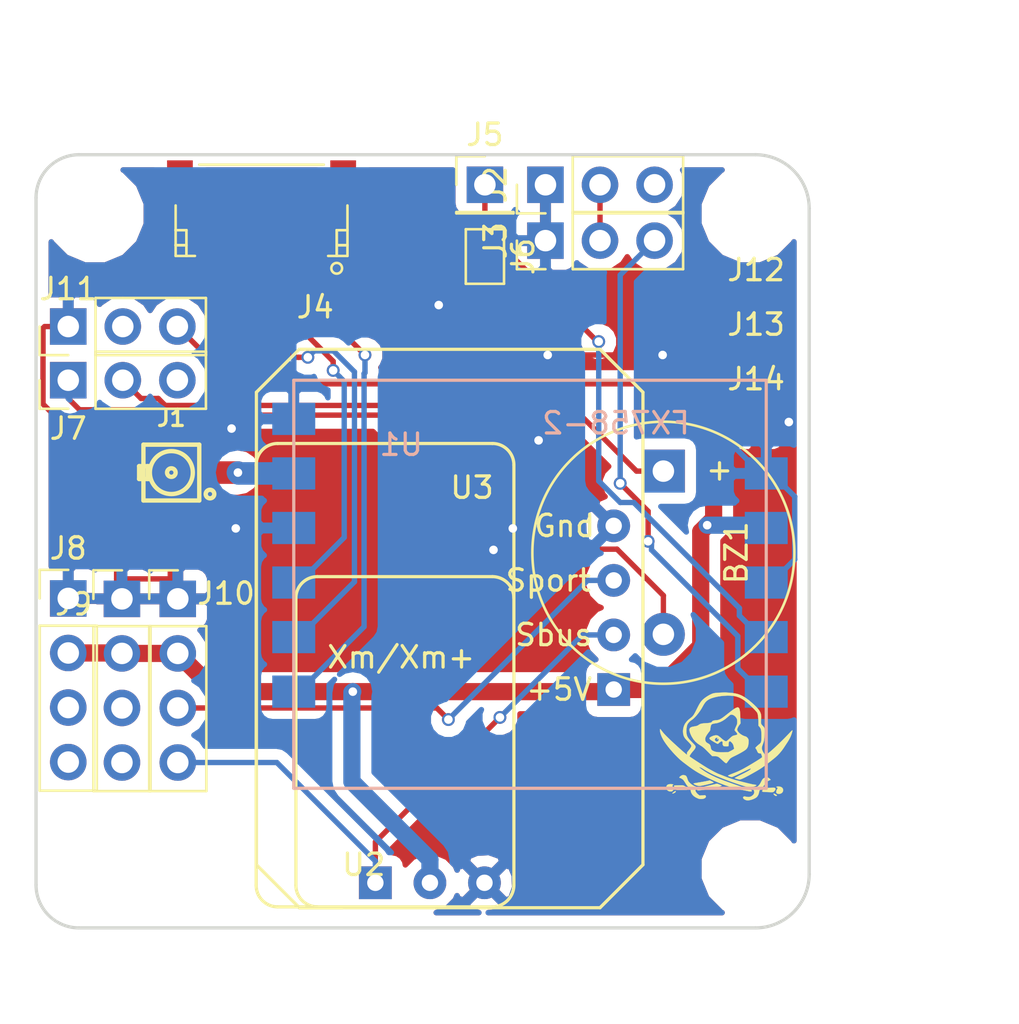
<source format=kicad_pcb>
(kicad_pcb (version 4) (host pcbnew 4.0.6-e0-6349~53~ubuntu16.04.1)

  (general
    (links 36)
    (no_connects 0)
    (area 19.924999 18.924999 56.075001 55.075001)
    (thickness 1.6)
    (drawings 11)
    (tracks 193)
    (zones 0)
    (modules 23)
    (nets 24)
  )

  (page A4)
  (layers
    (0 F.Cu signal)
    (31 B.Cu signal)
    (32 B.Adhes user)
    (33 F.Adhes user)
    (34 B.Paste user)
    (35 F.Paste user)
    (36 B.SilkS user)
    (37 F.SilkS user)
    (38 B.Mask user)
    (39 F.Mask user)
    (40 Dwgs.User user)
    (41 Cmts.User user)
    (42 Eco1.User user)
    (43 Eco2.User user)
    (44 Edge.Cuts user)
    (45 Margin user)
    (46 B.CrtYd user hide)
    (47 F.CrtYd user hide)
    (48 B.Fab user)
    (49 F.Fab user hide)
  )

  (setup
    (last_trace_width 0.25)
    (trace_clearance 0.2)
    (zone_clearance 0.508)
    (zone_45_only no)
    (trace_min 0.2)
    (segment_width 0.2)
    (edge_width 0.15)
    (via_size 0.6)
    (via_drill 0.4)
    (via_min_size 0.4)
    (via_min_drill 0.3)
    (uvia_size 0.3)
    (uvia_drill 0.1)
    (uvias_allowed no)
    (uvia_min_size 0.2)
    (uvia_min_drill 0.1)
    (pcb_text_width 0.3)
    (pcb_text_size 1.5 1.5)
    (mod_edge_width 0.15)
    (mod_text_size 1 1)
    (mod_text_width 0.15)
    (pad_size 1.524 1.524)
    (pad_drill 0.762)
    (pad_to_mask_clearance 0.2)
    (aux_axis_origin 20 19)
    (grid_origin 20 19)
    (visible_elements FFFFEF7F)
    (pcbplotparams
      (layerselection 0x00030_80000001)
      (usegerberextensions false)
      (excludeedgelayer true)
      (linewidth 0.100000)
      (plotframeref false)
      (viasonmask false)
      (mode 1)
      (useauxorigin false)
      (hpglpennumber 1)
      (hpglpenspeed 20)
      (hpglpendiameter 15)
      (hpglpenoverlay 2)
      (psnegative false)
      (psa4output false)
      (plotreference true)
      (plotvalue true)
      (plotinvisibletext false)
      (padsonsilk false)
      (subtractmaskfromsilk false)
      (outputformat 1)
      (mirror false)
      (drillshape 0)
      (scaleselection 1)
      (outputdirectory ""))
  )

  (net 0 "")
  (net 1 GND)
  (net 2 /RAM)
  (net 3 /video_in)
  (net 4 /vtx_video)
  (net 5 +5V)
  (net 6 /vtx_audio)
  (net 7 +3V3)
  (net 8 /SPI_SLK)
  (net 9 /SPI_MOSI)
  (net 10 /SPI_CS)
  (net 11 /FC_TX1)
  (net 12 /FC_RX1)
  (net 13 /FC_TX2)
  (net 14 /FC_RX2)
  (net 15 /LED_STRIP)
  (net 16 "Net-(J8-Pad3)")
  (net 17 /ant)
  (net 18 /buz+)
  (net 19 /buz-)
  (net 20 +BATT)
  (net 21 "Net-(J4-Pad6)")
  (net 22 "Net-(J7-Pad3)")
  (net 23 "Net-(J11-Pad2)")

  (net_class Default "This is the default net class."
    (clearance 0.2)
    (trace_width 0.25)
    (via_dia 0.6)
    (via_drill 0.4)
    (uvia_dia 0.3)
    (uvia_drill 0.1)
    (add_net +BATT)
    (add_net /FC_RX1)
    (add_net /FC_RX2)
    (add_net /FC_TX1)
    (add_net /FC_TX2)
    (add_net /LED_STRIP)
    (add_net /RAM)
    (add_net /SPI_CS)
    (add_net /SPI_MOSI)
    (add_net /SPI_SLK)
    (add_net /buz+)
    (add_net /buz-)
    (add_net /video_in)
    (add_net /vtx_audio)
    (add_net /vtx_video)
    (add_net GND)
    (add_net "Net-(J11-Pad2)")
    (add_net "Net-(J4-Pad6)")
    (add_net "Net-(J7-Pad3)")
    (add_net "Net-(J8-Pad3)")
  )

  (net_class ant ""
    (clearance 0.2)
    (trace_width 1.05)
    (via_dia 0.6)
    (via_drill 0.4)
    (uvia_dia 0.3)
    (uvia_drill 0.1)
    (add_net /ant)
  )

  (net_class power ""
    (clearance 0.2)
    (trace_width 0.8)
    (via_dia 0.6)
    (via_drill 0.4)
    (uvia_dia 0.3)
    (uvia_drill 0.1)
    (add_net +3V3)
    (add_net +5V)
  )

  (module Pin_Headers:Pin_Header_Straight_1x03_Pitch2.54mm (layer F.Cu) (tedit 58E6F197) (tstamp 58E5387B)
    (at 43.72 23 90)
    (descr "Through hole straight pin header, 1x03, 2.54mm pitch, single row")
    (tags "Through hole pin header THT 1x03 2.54mm single row")
    (path /58E5389C)
    (fp_text reference J3 (at 0 -2.33 90) (layer F.SilkS)
      (effects (font (size 1 1) (thickness 0.15)))
    )
    (fp_text value CONN_01X03 (at 0 7.41 90) (layer F.Fab) hide
      (effects (font (size 1 1) (thickness 0.15)))
    )
    (fp_line (start -1.27 -1.27) (end -1.27 6.35) (layer F.Fab) (width 0.1))
    (fp_line (start -1.27 6.35) (end 1.27 6.35) (layer F.Fab) (width 0.1))
    (fp_line (start 1.27 6.35) (end 1.27 -1.27) (layer F.Fab) (width 0.1))
    (fp_line (start 1.27 -1.27) (end -1.27 -1.27) (layer F.Fab) (width 0.1))
    (fp_line (start -1.33 1.27) (end -1.33 6.41) (layer F.SilkS) (width 0.12))
    (fp_line (start -1.33 6.41) (end 1.33 6.41) (layer F.SilkS) (width 0.12))
    (fp_line (start 1.33 6.41) (end 1.33 1.27) (layer F.SilkS) (width 0.12))
    (fp_line (start 1.33 1.27) (end -1.33 1.27) (layer F.SilkS) (width 0.12))
    (fp_line (start -1.33 0) (end -1.33 -1.33) (layer F.SilkS) (width 0.12))
    (fp_line (start -1.33 -1.33) (end 0 -1.33) (layer F.SilkS) (width 0.12))
    (fp_line (start -1.8 -1.8) (end -1.8 6.85) (layer F.CrtYd) (width 0.05))
    (fp_line (start -1.8 6.85) (end 1.8 6.85) (layer F.CrtYd) (width 0.05))
    (fp_line (start 1.8 6.85) (end 1.8 -1.8) (layer F.CrtYd) (width 0.05))
    (fp_line (start 1.8 -1.8) (end -1.8 -1.8) (layer F.CrtYd) (width 0.05))
    (fp_text user %R (at 0 -2.33 90) (layer F.Fab)
      (effects (font (size 1 1) (thickness 0.15)))
    )
    (pad 1 thru_hole rect (at 0 0 90) (size 1.7 1.7) (drill 1) (layers *.Cu *.Mask)
      (net 1 GND))
    (pad 2 thru_hole oval (at 0 2.54 90) (size 1.7 1.7) (drill 1) (layers *.Cu *.Mask)
      (net 2 /RAM))
    (pad 3 thru_hole oval (at 0 5.08 90) (size 1.7 1.7) (drill 1) (layers *.Cu *.Mask)
      (net 4 /vtx_video))
    (model ${KISYS3DMOD}/Pin_Headers.3dshapes/Pin_Header_Straight_1x03_Pitch2.54mm.wrl
      (at (xyz 0 -0.1 0))
      (scale (xyz 1 1 1))
      (rotate (xyz 0 0 90))
    )
  )

  (module spectre:FX758-2 (layer B.Cu) (tedit 58E8410C) (tstamp 58E52B8C)
    (at 54 48.5 180)
    (path /58E4FEF3)
    (fp_text reference U1 (at 17 16 180) (layer B.SilkS)
      (effects (font (size 1 1) (thickness 0.15)) (justify mirror))
    )
    (fp_text value FX758-2 (at 7 17 180) (layer B.SilkS)
      (effects (font (size 1 1) (thickness 0.15)) (justify mirror))
    )
    (fp_line (start 0 0) (end 0 19) (layer B.SilkS) (width 0.15))
    (fp_line (start 0 19) (end 22 19) (layer B.SilkS) (width 0.15))
    (fp_line (start 22 19) (end 22 0) (layer B.SilkS) (width 0.15))
    (fp_line (start 22 0) (end 0 0) (layer B.SilkS) (width 0.15))
    (pad 5 smd rect (at 0 14.66 180) (size 2 1.5) (layers B.Cu B.Paste B.Mask)
      (net 1 GND))
    (pad 4 smd rect (at 0 12.12 180) (size 2 1.5) (layers B.Cu B.Paste B.Mask)
      (net 5 +5V))
    (pad 3 smd rect (at 0 9.58 180) (size 2 1.5) (layers B.Cu B.Paste B.Mask)
      (net 1 GND))
    (pad 2 smd rect (at 0 7.04 180) (size 2 1.5) (layers B.Cu B.Paste B.Mask)
      (net 6 /vtx_audio))
    (pad 1 smd rect (at 0 4.5 180) (size 2 1.5) (layers B.Cu B.Paste B.Mask)
      (net 4 /vtx_video))
    (pad 11 smd rect (at 22 4.5 180) (size 2 1.5) (layers B.Cu B.Paste B.Mask)
      (net 8 /SPI_SLK))
    (pad 10 smd rect (at 22 7.04 180) (size 2 1.5) (layers B.Cu B.Paste B.Mask)
      (net 9 /SPI_MOSI))
    (pad 9 smd rect (at 22 9.58 180) (size 2 1.5) (layers B.Cu B.Paste B.Mask)
      (net 10 /SPI_CS))
    (pad 8 smd rect (at 22 12.12 180) (size 2 1.5) (layers B.Cu B.Paste B.Mask)
      (net 1 GND))
    (pad 7 smd rect (at 22 14.66 180) (size 2 1.5) (layers B.Cu B.Paste B.Mask)
      (net 17 /ant))
    (pad 6 smd rect (at 22 17.2 180) (size 2 1.5) (layers B.Cu B.Paste B.Mask)
      (net 1 GND))
  )

  (module Buzzers_Beepers:Buzzer_12x9.5RM7.6 (layer F.Cu) (tedit 58B1A329) (tstamp 58E84BB1)
    (at 49.21 33.732 270)
    (descr "Generic Buzzer, D12mm height 9.5mm with RM7.6mm")
    (tags buzzer)
    (path /58E83590)
    (fp_text reference BZ1 (at 3.8 -3.4 270) (layer F.SilkS)
      (effects (font (size 1 1) (thickness 0.15)))
    )
    (fp_text value Buzzer (at 3.8 7.4 270) (layer F.Fab)
      (effects (font (size 1 1) (thickness 0.15)))
    )
    (fp_text user + (at -0.01 -2.54 270) (layer F.Fab)
      (effects (font (size 1 1) (thickness 0.15)))
    )
    (fp_text user + (at -0.01 -2.54 270) (layer F.SilkS)
      (effects (font (size 1 1) (thickness 0.15)))
    )
    (fp_text user %R (at 3.8 -4 270) (layer F.Fab)
      (effects (font (size 1 1) (thickness 0.15)))
    )
    (fp_circle (center 3.8 0) (end 10.05 0) (layer F.CrtYd) (width 0.05))
    (fp_circle (center 3.8 0) (end 9.8 0) (layer F.Fab) (width 0.1))
    (fp_circle (center 3.8 0) (end 4.8 0) (layer F.Fab) (width 0.1))
    (fp_circle (center 3.8 0) (end 9.9 0) (layer F.SilkS) (width 0.12))
    (pad 1 thru_hole rect (at 0 0 270) (size 2 2) (drill 1) (layers *.Cu *.Mask)
      (net 18 /buz+))
    (pad 2 thru_hole circle (at 7.6 0 270) (size 2 2) (drill 1) (layers *.Cu *.Mask)
      (net 19 /buz-))
    (model Buzzers_Beepers.3dshapes/Buzzer_12x9.5RM7.6.wrl
      (at (xyz 0.15 0 0))
      (scale (xyz 4 4 4))
      (rotate (xyz 0 0 0))
    )
  )

  (module Pin_Headers:Pin_Header_Straight_1x03_Pitch2.54mm (layer F.Cu) (tedit 58E6F19B) (tstamp 58E53874)
    (at 43.72 20.4 90)
    (descr "Through hole straight pin header, 1x03, 2.54mm pitch, single row")
    (tags "Through hole pin header THT 1x03 2.54mm single row")
    (path /58E537EB)
    (fp_text reference J2 (at 0 -2.33 270) (layer F.SilkS)
      (effects (font (size 1 1) (thickness 0.15)))
    )
    (fp_text value CONN_01X03 (at 0 7.41 90) (layer F.Fab) hide
      (effects (font (size 1 1) (thickness 0.15)))
    )
    (fp_line (start -1.27 -1.27) (end -1.27 6.35) (layer F.Fab) (width 0.1))
    (fp_line (start -1.27 6.35) (end 1.27 6.35) (layer F.Fab) (width 0.1))
    (fp_line (start 1.27 6.35) (end 1.27 -1.27) (layer F.Fab) (width 0.1))
    (fp_line (start 1.27 -1.27) (end -1.27 -1.27) (layer F.Fab) (width 0.1))
    (fp_line (start -1.33 1.27) (end -1.33 6.41) (layer F.SilkS) (width 0.12))
    (fp_line (start -1.33 6.41) (end 1.33 6.41) (layer F.SilkS) (width 0.12))
    (fp_line (start 1.33 6.41) (end 1.33 1.27) (layer F.SilkS) (width 0.12))
    (fp_line (start 1.33 1.27) (end -1.33 1.27) (layer F.SilkS) (width 0.12))
    (fp_line (start -1.33 0) (end -1.33 -1.33) (layer F.SilkS) (width 0.12))
    (fp_line (start -1.33 -1.33) (end 0 -1.33) (layer F.SilkS) (width 0.12))
    (fp_line (start -1.8 -1.8) (end -1.8 6.85) (layer F.CrtYd) (width 0.05))
    (fp_line (start -1.8 6.85) (end 1.8 6.85) (layer F.CrtYd) (width 0.05))
    (fp_line (start 1.8 6.85) (end 1.8 -1.8) (layer F.CrtYd) (width 0.05))
    (fp_line (start 1.8 -1.8) (end -1.8 -1.8) (layer F.CrtYd) (width 0.05))
    (fp_text user %R (at 0 -2.33 270) (layer F.Fab)
      (effects (font (size 1 1) (thickness 0.15)))
    )
    (pad 1 thru_hole rect (at 0 0 90) (size 1.7 1.7) (drill 1) (layers *.Cu *.Mask)
      (net 1 GND))
    (pad 2 thru_hole oval (at 0 2.54 90) (size 1.7 1.7) (drill 1) (layers *.Cu *.Mask)
      (net 2 /RAM))
    (pad 3 thru_hole oval (at 0 5.08 90) (size 1.7 1.7) (drill 1) (layers *.Cu *.Mask)
      (net 3 /video_in))
    (model ${KISYS3DMOD}/Pin_Headers.3dshapes/Pin_Header_Straight_1x03_Pitch2.54mm.wrl
      (at (xyz 0 -0.1 0))
      (scale (xyz 1 1 1))
      (rotate (xyz 0 0 90))
    )
  )

  (module Mounting_Holes:MountingHole_3.5mm placed (layer F.Cu) (tedit 58E6F171) (tstamp 58E52EB1)
    (at 53.25 21.75)
    (descr "Mounting Hole 3.5mm, no annular")
    (tags "mounting hole 3.5mm no annular")
    (fp_text reference REF** (at 0 -4.5) (layer F.SilkS) hide
      (effects (font (size 1 1) (thickness 0.15)))
    )
    (fp_text value MountingHole_3.5mm (at 0 4.5) (layer F.Fab) hide
      (effects (font (size 1 1) (thickness 0.15)))
    )
    (fp_circle (center 0 0) (end 3.5 0) (layer Cmts.User) (width 0.15))
    (fp_circle (center 0 0) (end 3.75 0) (layer F.CrtYd) (width 0.05))
    (pad 1 np_thru_hole circle (at 0 0) (size 3.5 3.5) (drill 3.5) (layers *.Cu *.Mask))
  )

  (module Mounting_Holes:MountingHole_3.5mm placed (layer F.Cu) (tedit 58E6F176) (tstamp 58E52FFE)
    (at 22.75 21.75)
    (descr "Mounting Hole 3.5mm, no annular")
    (tags "mounting hole 3.5mm no annular")
    (fp_text reference REF** (at 0 -4.5) (layer F.SilkS) hide
      (effects (font (size 1 1) (thickness 0.15)))
    )
    (fp_text value MountingHole_3.5mm (at 0 4.5) (layer F.Fab) hide
      (effects (font (size 1 1) (thickness 0.15)))
    )
    (fp_circle (center 0 0) (end 3.5 0) (layer Cmts.User) (width 0.15))
    (fp_circle (center 0 0) (end 3.75 0) (layer F.CrtYd) (width 0.05))
    (pad 1 np_thru_hole circle (at 0 0) (size 3.5 3.5) (drill 3.5) (layers *.Cu *.Mask))
  )

  (module Mounting_Holes:MountingHole_3.5mm placed (layer F.Cu) (tedit 58E6F16B) (tstamp 58E53002)
    (at 53.25 52.25)
    (descr "Mounting Hole 3.5mm, no annular")
    (tags "mounting hole 3.5mm no annular")
    (fp_text reference REF** (at 0 -4.5) (layer F.SilkS) hide
      (effects (font (size 1 1) (thickness 0.15)))
    )
    (fp_text value MountingHole_3.5mm (at 0 4.5) (layer F.Fab) hide
      (effects (font (size 1 1) (thickness 0.15)))
    )
    (fp_circle (center 0 0) (end 3.5 0) (layer Cmts.User) (width 0.15))
    (fp_circle (center 0 0) (end 3.75 0) (layer F.CrtYd) (width 0.05))
    (pad 1 np_thru_hole circle (at 0 0) (size 3.5 3.5) (drill 3.5) (layers *.Cu *.Mask))
  )

  (module Mounting_Holes:MountingHole_3.5mm placed (layer F.Cu) (tedit 58E6BB53) (tstamp 58E53004)
    (at 22.75 52.25)
    (descr "Mounting Hole 3.5mm, no annular")
    (tags "mounting hole 3.5mm no annular")
    (fp_text reference REF** (at 0 -4.5) (layer F.SilkS) hide
      (effects (font (size 1 1) (thickness 0.15)))
    )
    (fp_text value MountingHole_3.5mm (at 0 4.5) (layer F.Fab) hide
      (effects (font (size 1 1) (thickness 0.15)))
    )
    (fp_circle (center 0 0) (end 3.5 0) (layer Cmts.User) (width 0.15))
    (fp_circle (center 0 0) (end 3.75 0) (layer F.CrtYd) (width 0.05))
    (pad 1 np_thru_hole circle (at 0 0) (size 3.5 3.5) (drill 3.5) (layers *.Cu *.Mask))
  )

  (module Connectors_JST:JST_SH_SM06B-SRSS-TB_06x1.00mm_Angled (layer F.Cu) (tedit 58E6F1A3) (tstamp 58E5339A)
    (at 30.5 22.1 180)
    (descr http://www.jst-mfg.com/product/pdf/eng/eSH.pdf)
    (tags "connector jst sh")
    (path /58E53311)
    (attr smd)
    (fp_text reference J4 (at -2.5 -4 180) (layer F.SilkS)
      (effects (font (size 1 1) (thickness 0.15)))
    )
    (fp_text value CONN_01X06 (at 0 4.5 180) (layer F.Fab) hide
      (effects (font (size 1 1) (thickness 0.15)))
    )
    (fp_circle (center -3.5 -2.1875) (end -3.25 -2.1875) (layer F.SilkS) (width 0.12))
    (fp_line (start -2.9 2.6375) (end 2.9 2.6375) (layer F.SilkS) (width 0.12))
    (fp_line (start -4 0.7375) (end -4 -1.6125) (layer F.SilkS) (width 0.12))
    (fp_line (start -4 -1.6125) (end -3.1 -1.6125) (layer F.SilkS) (width 0.12))
    (fp_line (start -3.5 -1.6125) (end -3.5 -0.4125) (layer F.SilkS) (width 0.12))
    (fp_line (start -3.5 -0.4125) (end -3.5 -0.4125) (layer F.SilkS) (width 0.12))
    (fp_line (start -3.5 -0.4125) (end -3.5 -1.6125) (layer F.SilkS) (width 0.12))
    (fp_line (start -3.5 -1.6125) (end -3.5 -1.6125) (layer F.SilkS) (width 0.12))
    (fp_line (start -3.5 -1.1125) (end -3.5 -1.1125) (layer F.SilkS) (width 0.12))
    (fp_line (start -3.5 -1.1125) (end -4 -1.1125) (layer F.SilkS) (width 0.12))
    (fp_line (start -4 -1.1125) (end -4 -1.1125) (layer F.SilkS) (width 0.12))
    (fp_line (start -4 -1.1125) (end -3.5 -1.1125) (layer F.SilkS) (width 0.12))
    (fp_line (start -3.5 -0.4125) (end -3.5 -0.4125) (layer F.SilkS) (width 0.12))
    (fp_line (start -3.5 -0.4125) (end -4 -0.4125) (layer F.SilkS) (width 0.12))
    (fp_line (start -4 -0.4125) (end -4 -0.4125) (layer F.SilkS) (width 0.12))
    (fp_line (start -4 -0.4125) (end -3.5 -0.4125) (layer F.SilkS) (width 0.12))
    (fp_line (start 4 0.7375) (end 4 -1.6125) (layer F.SilkS) (width 0.12))
    (fp_line (start 4 -1.6125) (end 3.1 -1.6125) (layer F.SilkS) (width 0.12))
    (fp_line (start 3.5 -1.6125) (end 3.5 -0.4125) (layer F.SilkS) (width 0.12))
    (fp_line (start 3.5 -0.4125) (end 3.5 -0.4125) (layer F.SilkS) (width 0.12))
    (fp_line (start 3.5 -0.4125) (end 3.5 -1.6125) (layer F.SilkS) (width 0.12))
    (fp_line (start 3.5 -1.6125) (end 3.5 -1.6125) (layer F.SilkS) (width 0.12))
    (fp_line (start 3.5 -1.1125) (end 3.5 -1.1125) (layer F.SilkS) (width 0.12))
    (fp_line (start 3.5 -1.1125) (end 4 -1.1125) (layer F.SilkS) (width 0.12))
    (fp_line (start 4 -1.1125) (end 4 -1.1125) (layer F.SilkS) (width 0.12))
    (fp_line (start 4 -1.1125) (end 3.5 -1.1125) (layer F.SilkS) (width 0.12))
    (fp_line (start 3.5 -0.4125) (end 3.5 -0.4125) (layer F.SilkS) (width 0.12))
    (fp_line (start 3.5 -0.4125) (end 4 -0.4125) (layer F.SilkS) (width 0.12))
    (fp_line (start 4 -0.4125) (end 4 -0.4125) (layer F.SilkS) (width 0.12))
    (fp_line (start 4 -0.4125) (end 3.5 -0.4125) (layer F.SilkS) (width 0.12))
    (fp_line (start -4.9 3.35) (end -4.9 -3.25) (layer F.CrtYd) (width 0.05))
    (fp_line (start -4.9 -3.25) (end 4.9 -3.25) (layer F.CrtYd) (width 0.05))
    (fp_line (start 4.9 -3.25) (end 4.9 3.35) (layer F.CrtYd) (width 0.05))
    (fp_line (start 4.9 3.35) (end -4.9 3.35) (layer F.CrtYd) (width 0.05))
    (pad 1 smd rect (at -2.5 -1.9375 180) (size 0.6 1.55) (layers F.Cu F.Paste F.Mask)
      (net 1 GND))
    (pad 2 smd rect (at -1.5 -1.9375 180) (size 0.6 1.55) (layers F.Cu F.Paste F.Mask)
      (net 7 +3V3))
    (pad 3 smd rect (at -0.5 -1.9375 180) (size 0.6 1.55) (layers F.Cu F.Paste F.Mask)
      (net 8 /SPI_SLK))
    (pad 4 smd rect (at 0.5 -1.9375 180) (size 0.6 1.55) (layers F.Cu F.Paste F.Mask)
      (net 10 /SPI_CS))
    (pad 5 smd rect (at 1.5 -1.9375 180) (size 0.6 1.55) (layers F.Cu F.Paste F.Mask)
      (net 9 /SPI_MOSI))
    (pad 6 smd rect (at 2.5 -1.9375 180) (size 0.6 1.55) (layers F.Cu F.Paste F.Mask)
      (net 21 "Net-(J4-Pad6)"))
    (pad "" smd rect (at -3.8 1.9375 180) (size 1.2 1.8) (layers F.Cu F.Paste F.Mask))
    (pad "" smd rect (at 3.8 1.9375 180) (size 1.2 1.8) (layers F.Cu F.Paste F.Mask))
  )

  (module Pin_Headers:Pin_Header_Straight_1x04_Pitch2.54mm (layer F.Cu) (tedit 58E6F1AA) (tstamp 58E53576)
    (at 24 39.68)
    (descr "Through hole straight pin header, 1x04, 2.54mm pitch, single row")
    (tags "Through hole pin header THT 1x04 2.54mm single row")
    (path /58E533C8)
    (fp_text reference J9 (at -2.25 0.25) (layer F.SilkS)
      (effects (font (size 1 1) (thickness 0.15)))
    )
    (fp_text value CONN_01X04 (at 0 9.95) (layer F.Fab) hide
      (effects (font (size 1 1) (thickness 0.15)))
    )
    (fp_line (start -1.27 -1.27) (end -1.27 8.89) (layer F.Fab) (width 0.1))
    (fp_line (start -1.27 8.89) (end 1.27 8.89) (layer F.Fab) (width 0.1))
    (fp_line (start 1.27 8.89) (end 1.27 -1.27) (layer F.Fab) (width 0.1))
    (fp_line (start 1.27 -1.27) (end -1.27 -1.27) (layer F.Fab) (width 0.1))
    (fp_line (start -1.33 1.27) (end -1.33 8.95) (layer F.SilkS) (width 0.12))
    (fp_line (start -1.33 8.95) (end 1.33 8.95) (layer F.SilkS) (width 0.12))
    (fp_line (start 1.33 8.95) (end 1.33 1.27) (layer F.SilkS) (width 0.12))
    (fp_line (start 1.33 1.27) (end -1.33 1.27) (layer F.SilkS) (width 0.12))
    (fp_line (start -1.33 0) (end -1.33 -1.33) (layer F.SilkS) (width 0.12))
    (fp_line (start -1.33 -1.33) (end 0 -1.33) (layer F.SilkS) (width 0.12))
    (fp_line (start -1.8 -1.8) (end -1.8 9.4) (layer F.CrtYd) (width 0.05))
    (fp_line (start -1.8 9.4) (end 1.8 9.4) (layer F.CrtYd) (width 0.05))
    (fp_line (start 1.8 9.4) (end 1.8 -1.8) (layer F.CrtYd) (width 0.05))
    (fp_line (start 1.8 -1.8) (end -1.8 -1.8) (layer F.CrtYd) (width 0.05))
    (fp_text user %R (at 0 -2.33) (layer F.Fab)
      (effects (font (size 1 1) (thickness 0.15)))
    )
    (pad 1 thru_hole rect (at 0 0) (size 1.7 1.7) (drill 1) (layers *.Cu *.Mask)
      (net 1 GND))
    (pad 2 thru_hole oval (at 0 2.54) (size 1.7 1.7) (drill 1) (layers *.Cu *.Mask)
      (net 5 +5V))
    (pad 3 thru_hole oval (at 0 5.08) (size 1.7 1.7) (drill 1) (layers *.Cu *.Mask)
      (net 11 /FC_TX1))
    (pad 4 thru_hole oval (at 0 7.62) (size 1.7 1.7) (drill 1) (layers *.Cu *.Mask)
      (net 12 /FC_RX1))
    (model ${KISYS3DMOD}/Pin_Headers.3dshapes/Pin_Header_Straight_1x04_Pitch2.54mm.wrl
      (at (xyz 0 -0.15 0))
      (scale (xyz 1 1 1))
      (rotate (xyz 0 0 90))
    )
  )

  (module Pin_Headers:Pin_Header_Straight_1x04_Pitch2.54mm (layer F.Cu) (tedit 58E6F1B2) (tstamp 58E5375C)
    (at 26.6 39.68)
    (descr "Through hole straight pin header, 1x04, 2.54mm pitch, single row")
    (tags "Through hole pin header THT 1x04 2.54mm single row")
    (path /58E5379C)
    (fp_text reference J10 (at 2.25 -0.25) (layer F.SilkS)
      (effects (font (size 1 1) (thickness 0.15)))
    )
    (fp_text value CONN_01X04 (at 0 9.95) (layer F.Fab) hide
      (effects (font (size 1 1) (thickness 0.15)))
    )
    (fp_line (start -1.27 -1.27) (end -1.27 8.89) (layer F.Fab) (width 0.1))
    (fp_line (start -1.27 8.89) (end 1.27 8.89) (layer F.Fab) (width 0.1))
    (fp_line (start 1.27 8.89) (end 1.27 -1.27) (layer F.Fab) (width 0.1))
    (fp_line (start 1.27 -1.27) (end -1.27 -1.27) (layer F.Fab) (width 0.1))
    (fp_line (start -1.33 1.27) (end -1.33 8.95) (layer F.SilkS) (width 0.12))
    (fp_line (start -1.33 8.95) (end 1.33 8.95) (layer F.SilkS) (width 0.12))
    (fp_line (start 1.33 8.95) (end 1.33 1.27) (layer F.SilkS) (width 0.12))
    (fp_line (start 1.33 1.27) (end -1.33 1.27) (layer F.SilkS) (width 0.12))
    (fp_line (start -1.33 0) (end -1.33 -1.33) (layer F.SilkS) (width 0.12))
    (fp_line (start -1.33 -1.33) (end 0 -1.33) (layer F.SilkS) (width 0.12))
    (fp_line (start -1.8 -1.8) (end -1.8 9.4) (layer F.CrtYd) (width 0.05))
    (fp_line (start -1.8 9.4) (end 1.8 9.4) (layer F.CrtYd) (width 0.05))
    (fp_line (start 1.8 9.4) (end 1.8 -1.8) (layer F.CrtYd) (width 0.05))
    (fp_line (start 1.8 -1.8) (end -1.8 -1.8) (layer F.CrtYd) (width 0.05))
    (fp_text user %R (at 0 -2.33) (layer F.Fab)
      (effects (font (size 1 1) (thickness 0.15)))
    )
    (pad 1 thru_hole rect (at 0 0) (size 1.7 1.7) (drill 1) (layers *.Cu *.Mask)
      (net 1 GND))
    (pad 2 thru_hole oval (at 0 2.54) (size 1.7 1.7) (drill 1) (layers *.Cu *.Mask)
      (net 5 +5V))
    (pad 3 thru_hole oval (at 0 5.08) (size 1.7 1.7) (drill 1) (layers *.Cu *.Mask)
      (net 13 /FC_TX2))
    (pad 4 thru_hole oval (at 0 7.62) (size 1.7 1.7) (drill 1) (layers *.Cu *.Mask)
      (net 14 /FC_RX2))
    (model ${KISYS3DMOD}/Pin_Headers.3dshapes/Pin_Header_Straight_1x04_Pitch2.54mm.wrl
      (at (xyz 0 -0.15 0))
      (scale (xyz 1 1 1))
      (rotate (xyz 0 0 90))
    )
  )

  (module connect-sm:U.FL-COAX (layer F.Cu) (tedit 0) (tstamp 58E5414A)
    (at 26.3 33.8 180)
    (path /58E53EA6)
    (attr smd)
    (fp_text reference J1 (at 0 2.54 180) (layer F.SilkS)
      (effects (font (size 0.762 0.762) (thickness 0.1524)))
    )
    (fp_text value COAX-JACK (at 0 0 180) (layer F.SilkS) hide
      (effects (font (size 0.762 0.762) (thickness 0.1524)))
    )
    (fp_line (start 1.1 0.3) (end 1.1 -0.3) (layer F.SilkS) (width 0.2032))
    (fp_line (start 1.5 0.3) (end 1 0.3) (layer F.SilkS) (width 0.2032))
    (fp_line (start 1.5 0.3) (end 1.5 -0.3) (layer F.SilkS) (width 0.2032))
    (fp_line (start 1.5 -0.3) (end 1 -0.3) (layer F.SilkS) (width 0.2032))
    (fp_circle (center 0 0) (end 0.2 0) (layer F.SilkS) (width 0.2032))
    (fp_circle (center 0 0) (end 1 0) (layer F.SilkS) (width 0.2032))
    (fp_circle (center -1.8 -1) (end -1.6 -1) (layer F.SilkS) (width 0.2032))
    (fp_line (start -1.3 -1.3) (end -1.3 1.3) (layer F.SilkS) (width 0.2032))
    (fp_line (start -1.3 1.3) (end 1.3 1.3) (layer F.SilkS) (width 0.2032))
    (fp_line (start 1.3 1.3) (end 1.3 -1.3) (layer F.SilkS) (width 0.2032))
    (fp_line (start 1.3 -1.3) (end -1.3 -1.3) (layer F.SilkS) (width 0.2032))
    (pad 1 smd rect (at -1.5 0 180) (size 1 1) (layers F.Cu F.Paste F.Mask)
      (net 17 /ant))
    (pad 2 smd rect (at 0 -1.5 180) (size 2.2 1) (layers F.Cu F.Paste F.Mask)
      (net 1 GND))
    (pad 3 smd rect (at 0 1.5 180) (size 2.2 1) (layers F.Cu F.Paste F.Mask)
      (net 1 GND))
  )

  (module spectre:bitmap (layer F.Cu) (tedit 0) (tstamp 58E6B37C)
    (at 52.1 46.5)
    (fp_text reference G*** (at 0 0) (layer F.SilkS) hide
      (effects (font (thickness 0.3)))
    )
    (fp_text value LOGO (at 0.75 0) (layer F.SilkS) hide
      (effects (font (thickness 0.3)))
    )
    (fp_poly (pts (xy 1.964929 1.497149) (xy 2.026119 1.526869) (xy 2.0644 1.559116) (xy 2.106304 1.604856)
      (xy 2.034227 1.633768) (xy 1.987826 1.656736) (xy 1.943501 1.688894) (xy 1.897879 1.733562)
      (xy 1.847586 1.794063) (xy 1.789248 1.873715) (xy 1.786518 1.877605) (xy 1.746773 1.930032)
      (xy 1.702337 1.98203) (xy 1.661171 2.02444) (xy 1.65077 2.033819) (xy 1.616142 2.065024)
      (xy 1.59467 2.090741) (xy 1.581355 2.119935) (xy 1.5712 2.161566) (xy 1.566759 2.184465)
      (xy 1.537854 2.286114) (xy 1.493347 2.367757) (xy 1.444874 2.420088) (xy 1.390309 2.457236)
      (xy 1.318617 2.493008) (xy 1.237975 2.523839) (xy 1.156562 2.546165) (xy 1.154671 2.546566)
      (xy 1.095345 2.557975) (xy 1.051661 2.562925) (xy 1.014783 2.561735) (xy 0.975874 2.554723)
      (xy 0.969521 2.553238) (xy 0.913722 2.533564) (xy 0.867942 2.505417) (xy 0.83597 2.472549)
      (xy 0.821596 2.438711) (xy 0.826308 2.411489) (xy 0.844484 2.390697) (xy 0.873232 2.381491)
      (xy 0.916798 2.383429) (xy 0.978044 2.395736) (xy 1.060591 2.408438) (xy 1.132156 2.402104)
      (xy 1.199843 2.375533) (xy 1.238062 2.351809) (xy 1.298466 2.298824) (xy 1.334278 2.240816)
      (xy 1.345304 2.178498) (xy 1.331351 2.112582) (xy 1.312907 2.074962) (xy 1.295005 2.042399)
      (xy 1.285038 2.020216) (xy 1.284332 2.014629) (xy 1.297955 2.008685) (xy 1.327853 1.997215)
      (xy 1.35255 1.988146) (xy 1.446533 1.947181) (xy 1.52157 1.897182) (xy 1.582829 1.833392)
      (xy 1.635483 1.751058) (xy 1.657059 1.70815) (xy 1.684394 1.654705) (xy 1.712724 1.606516)
      (xy 1.737661 1.570775) (xy 1.74772 1.559598) (xy 1.787536 1.529769) (xy 1.834945 1.504572)
      (xy 1.879847 1.488847) (xy 1.901417 1.48597) (xy 1.964929 1.497149)) (layer F.SilkS) (width 0.01))
    (fp_poly (pts (xy -1.939229 1.386747) (xy -1.936106 1.387) (xy -1.885826 1.395196) (xy -1.847801 1.41286)
      (xy -1.818235 1.443955) (xy -1.793332 1.492444) (xy -1.7698 1.560636) (xy -1.75007 1.619588)
      (xy -1.729991 1.663068) (xy -1.704318 1.700529) (xy -1.671943 1.737075) (xy -1.623974 1.781536)
      (xy -1.565944 1.82601) (xy -1.504936 1.865838) (xy -1.448033 1.896365) (xy -1.4055 1.912209)
      (xy -1.376178 1.924034) (xy -1.36338 1.94426) (xy -1.365723 1.977819) (xy -1.376679 2.014984)
      (xy -1.388933 2.058042) (xy -1.396169 2.097182) (xy -1.397 2.109475) (xy -1.387139 2.145929)
      (xy -1.360311 2.190972) (xy -1.320655 2.239053) (xy -1.27231 2.284627) (xy -1.257732 2.296218)
      (xy -1.201746 2.33892) (xy -1.072005 2.330077) (xy -0.942264 2.321233) (xy -0.920522 2.354416)
      (xy -0.906542 2.379814) (xy -0.90784 2.399106) (xy -0.919409 2.419085) (xy -0.959166 2.458406)
      (xy -1.018644 2.484275) (xy -1.098974 2.497155) (xy -1.11125 2.497913) (xy -1.180757 2.497527)
      (xy -1.2387 2.487073) (xy -1.265068 2.47838) (xy -1.381754 2.425396) (xy -1.475406 2.361794)
      (xy -1.5461 2.287492) (xy -1.593913 2.202406) (xy -1.618924 2.106453) (xy -1.620061 2.097263)
      (xy -1.626452 2.053069) (xy -1.636741 2.022126) (xy -1.655958 1.994654) (xy -1.689134 1.960877)
      (xy -1.691274 1.958823) (xy -1.725767 1.926811) (xy -1.75508 1.90145) (xy -1.772075 1.888761)
      (xy -1.785853 1.874008) (xy -1.808648 1.84221) (xy -1.836984 1.79844) (xy -1.860141 1.760198)
      (xy -1.89335 1.706515) (xy -1.92685 1.656984) (xy -1.955882 1.618434) (xy -1.970045 1.602554)
      (xy -2.002289 1.576369) (xy -2.043556 1.54976) (xy -2.085677 1.527289) (xy -2.120486 1.513515)
      (xy -2.133462 1.5113) (xy -2.146655 1.504486) (xy -2.142449 1.48685) (xy -2.123919 1.462598)
      (xy -2.094143 1.435937) (xy -2.06297 1.414921) (xy -2.022226 1.394256) (xy -1.985662 1.385896)
      (xy -1.939229 1.386747)) (layer F.SilkS) (width 0.01))
    (fp_poly (pts (xy 2.266782 2.248635) (xy 2.298103 2.260618) (xy 2.333996 2.279894) (xy 2.36718 2.302148)
      (xy 2.390371 2.323066) (xy 2.396756 2.3368) (xy 2.383376 2.35466) (xy 2.355815 2.357996)
      (xy 2.320834 2.346655) (xy 2.307525 2.338815) (xy 2.271998 2.310252) (xy 2.248754 2.281985)
      (xy 2.241086 2.258966) (xy 2.247316 2.24826) (xy 2.266782 2.248635)) (layer F.SilkS) (width 0.01))
    (fp_poly (pts (xy 2.496642 1.919615) (xy 2.544379 1.925197) (xy 2.580841 1.93476) (xy 2.581682 1.935113)
      (xy 2.636327 1.969262) (xy 2.671127 2.013582) (xy 2.687191 2.063888) (xy 2.685631 2.115994)
      (xy 2.667554 2.165716) (xy 2.634071 2.208869) (xy 2.586292 2.241268) (xy 2.525325 2.258727)
      (xy 2.495384 2.2606) (xy 2.443171 2.256138) (xy 2.405296 2.240987) (xy 2.39424 2.233159)
      (xy 2.372294 2.212369) (xy 2.363868 2.189808) (xy 2.365146 2.154453) (xy 2.365594 2.150377)
      (xy 2.377099 2.103939) (xy 2.398082 2.056365) (xy 2.405116 2.044739) (xy 2.42469 2.013948)
      (xy 2.436656 1.99279) (xy 2.4384 1.988148) (xy 2.428326 1.97877) (xy 2.403568 1.963891)
      (xy 2.39845 1.961193) (xy 2.373554 1.945738) (xy 2.370167 1.934669) (xy 2.376225 1.929311)
      (xy 2.403521 1.921417) (xy 2.446674 1.918269) (xy 2.496642 1.919615)) (layer F.SilkS) (width 0.01))
    (fp_poly (pts (xy -2.3114 2.14473) (xy -2.323849 2.176253) (xy -2.360192 2.206621) (xy -2.403532 2.228365)
      (xy -2.44428 2.243592) (xy -2.465701 2.246364) (xy -2.470603 2.236683) (xy -2.468224 2.228408)
      (xy -2.453395 2.210209) (xy -2.424018 2.185375) (xy -2.387781 2.159542) (xy -2.352377 2.138346)
      (xy -2.333625 2.129786) (xy -2.315501 2.129687) (xy -2.3114 2.14473)) (layer F.SilkS) (width 0.01))
    (fp_poly (pts (xy 2.246009 1.971176) (xy 2.272993 1.973647) (xy 2.291109 1.978495) (xy 2.304481 1.985968)
      (xy 2.309713 1.98998) (xy 2.33025 2.019956) (xy 2.327175 2.057787) (xy 2.300399 2.103822)
      (xy 2.273578 2.134839) (xy 2.258469 2.150821) (xy 2.245045 2.163175) (xy 2.230077 2.172214)
      (xy 2.210334 2.178251) (xy 2.182585 2.1816) (xy 2.1436 2.182576) (xy 2.090149 2.181491)
      (xy 2.019002 2.178659) (xy 1.926927 2.174393) (xy 1.88595 2.17247) (xy 1.812488 2.168529)
      (xy 1.761305 2.163934) (xy 1.729284 2.15752) (xy 1.713309 2.148124) (xy 1.710264 2.134582)
      (xy 1.717032 2.115729) (xy 1.719717 2.11039) (xy 1.745807 2.071504) (xy 1.780903 2.033249)
      (xy 1.81677 2.003923) (xy 1.83515 1.994096) (xy 1.856017 1.990362) (xy 1.897393 1.98615)
      (xy 1.9544 1.981847) (xy 2.022159 1.977835) (xy 2.070616 1.975526) (xy 2.148945 1.972364)
      (xy 2.206034 1.970831) (xy 2.246009 1.971176)) (layer F.SilkS) (width 0.01))
    (fp_poly (pts (xy -2.480244 1.810013) (xy -2.4432 1.816997) (xy -2.424714 1.825468) (xy -2.427634 1.834476)
      (xy -2.435371 1.837995) (xy -2.46085 1.858343) (xy -2.467163 1.894618) (xy -2.454365 1.947231)
      (xy -2.451183 1.955589) (xy -2.431847 2.014258) (xy -2.427597 2.05796) (xy -2.438632 2.09231)
      (xy -2.456873 2.115127) (xy -2.484372 2.135877) (xy -2.518371 2.144706) (xy -2.548948 2.145802)
      (xy -2.594982 2.141855) (xy -2.637312 2.132558) (xy -2.64858 2.128436) (xy -2.702716 2.092655)
      (xy -2.739596 2.042482) (xy -2.755537 1.983261) (xy -2.7559 1.97266) (xy -2.746897 1.906578)
      (xy -2.719555 1.857252) (xy -2.673378 1.824309) (xy -2.607869 1.807377) (xy -2.532996 1.805466)
      (xy -2.480244 1.810013)) (layer F.SilkS) (width 0.01))
    (fp_poly (pts (xy 0.021935 -2.458782) (xy 0.05715 -2.457418) (xy 0.199877 -2.448054) (xy 0.321584 -2.43639)
      (xy 0.42661 -2.42151) (xy 0.519298 -2.402495) (xy 0.603987 -2.37843) (xy 0.68502 -2.348395)
      (xy 0.766738 -2.311474) (xy 0.78105 -2.304427) (xy 0.880951 -2.248059) (xy 0.99209 -2.173366)
      (xy 1.111163 -2.082847) (xy 1.234864 -1.979003) (xy 1.349152 -1.874573) (xy 1.446831 -1.777565)
      (xy 1.524308 -1.690077) (xy 1.583219 -1.608652) (xy 1.625198 -1.529834) (xy 1.651879 -1.450166)
      (xy 1.664896 -1.366191) (xy 1.665883 -1.274453) (xy 1.661373 -1.214167) (xy 1.654468 -1.131069)
      (xy 1.653563 -1.06773) (xy 1.659901 -1.018958) (xy 1.674728 -0.979562) (xy 1.699289 -0.944348)
      (xy 1.734742 -0.908207) (xy 1.767329 -0.875423) (xy 1.792067 -0.842788) (xy 1.809668 -0.806538)
      (xy 1.820847 -0.762911) (xy 1.826318 -0.708143) (xy 1.826795 -0.638474) (xy 1.822991 -0.55014)
      (xy 1.817827 -0.470345) (xy 1.811494 -0.382547) (xy 1.805677 -0.314322) (xy 1.799268 -0.259896)
      (xy 1.791161 -0.213494) (xy 1.780247 -0.169343) (xy 1.76542 -0.121666) (xy 1.745572 -0.064689)
      (xy 1.733722 -0.03175) (xy 1.71177 0.032265) (xy 1.698764 0.079832) (xy 1.693299 0.117698)
      (xy 1.693969 0.152608) (xy 1.694398 0.156951) (xy 1.706964 0.209391) (xy 1.732584 0.272141)
      (xy 1.767253 0.336693) (xy 1.805154 0.392237) (xy 1.822428 0.421917) (xy 1.8288 0.446212)
      (xy 1.833793 0.465911) (xy 1.839987 0.4699) (xy 1.853878 0.462826) (xy 1.884088 0.44345)
      (xy 1.926488 0.414536) (xy 1.976949 0.378848) (xy 1.989742 0.369625) (xy 2.049821 0.323136)
      (xy 2.124592 0.260381) (xy 2.211533 0.183769) (xy 2.308121 0.095709) (xy 2.411833 -0.00139)
      (xy 2.520146 -0.105119) (xy 2.630536 -0.213067) (xy 2.740482 -0.322826) (xy 2.84746 -0.431987)
      (xy 2.948947 -0.53814) (xy 3.018777 -0.613067) (xy 3.056492 -0.652352) (xy 3.087966 -0.681972)
      (xy 3.109413 -0.69856) (xy 3.116772 -0.700244) (xy 3.118273 -0.679296) (xy 3.111291 -0.640041)
      (xy 3.097353 -0.587516) (xy 3.077988 -0.526757) (xy 3.054722 -0.462802) (xy 3.029083 -0.400688)
      (xy 3.019602 -0.379823) (xy 2.987314 -0.315906) (xy 2.946645 -0.242724) (xy 2.904041 -0.171636)
      (xy 2.882046 -0.137436) (xy 2.839182 -0.072625) (xy 2.789943 0.002319) (xy 2.741696 0.076165)
      (xy 2.715452 0.116564) (xy 2.632182 0.233761) (xy 2.534902 0.351816) (xy 2.430854 0.462527)
      (xy 2.327278 0.557688) (xy 2.323012 0.56125) (xy 2.214677 0.6499) (xy 2.101353 0.740053)
      (xy 1.987196 0.828563) (xy 1.87636 0.912282) (xy 1.773001 0.988062) (xy 1.681275 1.052756)
      (xy 1.61925 1.094293) (xy 1.562755 1.129543) (xy 1.489026 1.173531) (xy 1.402797 1.223613)
      (xy 1.308805 1.277141) (xy 1.211784 1.331469) (xy 1.116468 1.383952) (xy 1.027593 1.431942)
      (xy 0.949894 1.472795) (xy 0.888105 1.503863) (xy 0.876171 1.509568) (xy 0.803735 1.543245)
      (xy 0.748575 1.566688) (xy 0.70514 1.580799) (xy 0.667878 1.586482) (xy 0.631237 1.584637)
      (xy 0.589665 1.576168) (xy 0.543467 1.563634) (xy 0.494517 1.548833) (xy 0.456476 1.535483)
      (xy 0.434799 1.52559) (xy 0.4318 1.52255) (xy 0.442747 1.514732) (xy 0.473704 1.497275)
      (xy 0.52184 1.471653) (xy 0.584326 1.439344) (xy 0.658333 1.401823) (xy 0.74103 1.360566)
      (xy 0.765175 1.348636) (xy 0.876501 1.293127) (xy 0.966463 1.24684) (xy 1.036929 1.208732)
      (xy 1.089767 1.177761) (xy 1.126846 1.152885) (xy 1.14808 1.135053) (xy 1.17553 1.106914)
      (xy 1.186402 1.091636) (xy 1.182532 1.084592) (xy 1.169285 1.081658) (xy 1.148686 1.085944)
      (xy 1.10838 1.100927) (xy 1.051115 1.125424) (xy 0.979636 1.158253) (xy 0.89669 1.198232)
      (xy 0.884805 1.204092) (xy 0.743387 1.273619) (xy 0.623269 1.331824) (xy 0.523285 1.379232)
      (xy 0.442267 1.416372) (xy 0.379049 1.443768) (xy 0.332464 1.461949) (xy 0.301346 1.47144)
      (xy 0.288623 1.4732) (xy 0.258417 1.468773) (xy 0.215645 1.457346) (xy 0.182425 1.446064)
      (xy 0.143306 1.430687) (xy 0.124659 1.420215) (xy 0.122905 1.411393) (xy 0.133535 1.401644)
      (xy 0.154654 1.390194) (xy 0.193653 1.372494) (xy 0.244603 1.351136) (xy 0.291311 1.332647)
      (xy 0.391966 1.293577) (xy 0.474116 1.26092) (xy 0.543096 1.232331) (xy 0.604244 1.205466)
      (xy 0.662896 1.17798) (xy 0.724389 1.147529) (xy 0.79375 1.11193) (xy 0.860696 1.0762)
      (xy 0.938113 1.033215) (xy 1.023306 0.984622) (xy 1.113578 0.932068) (xy 1.206234 0.8772)
      (xy 1.298578 0.821664) (xy 1.387915 0.767108) (xy 1.471549 0.715179) (xy 1.546784 0.667524)
      (xy 1.610924 0.625789) (xy 1.661275 0.591622) (xy 1.695139 0.56667) (xy 1.709823 0.55258)
      (xy 1.710044 0.552093) (xy 1.708738 0.533782) (xy 1.700144 0.499274) (xy 1.686237 0.456375)
      (xy 1.65706 0.37465) (xy 1.604045 0.374181) (xy 1.556772 0.367286) (xy 1.521543 0.344983)
      (xy 1.493745 0.303392) (xy 1.479341 0.269253) (xy 1.459247 0.223885) (xy 1.435329 0.181215)
      (xy 1.427053 0.169122) (xy 1.407855 0.140778) (xy 1.397555 0.120666) (xy 1.397 0.117844)
      (xy 1.40603 0.103156) (xy 1.430081 0.07666) (xy 1.464593 0.042728) (xy 1.50501 0.005733)
      (xy 1.54677 -0.029953) (xy 1.572105 -0.050092) (xy 1.606019 -0.077924) (xy 1.631713 -0.105278)
      (xy 1.650308 -0.136155) (xy 1.662925 -0.174559) (xy 1.670686 -0.224492) (xy 1.674711 -0.289958)
      (xy 1.676122 -0.37496) (xy 1.676201 -0.42177) (xy 1.675232 -0.528797) (xy 1.672025 -0.614252)
      (xy 1.665829 -0.681917) (xy 1.655889 -0.735576) (xy 1.641454 -0.779013) (xy 1.621771 -0.816011)
      (xy 1.596086 -0.850354) (xy 1.589378 -0.858131) (xy 1.5367 -0.917977) (xy 1.536493 -1.040014)
      (xy 1.534193 -1.159353) (xy 1.527963 -1.267994) (xy 1.518184 -1.362562) (xy 1.505232 -1.439679)
      (xy 1.489488 -1.495972) (xy 1.483842 -1.509201) (xy 1.460235 -1.54558) (xy 1.416983 -1.597829)
      (xy 1.354185 -1.665836) (xy 1.27194 -1.74949) (xy 1.257837 -1.763475) (xy 1.132206 -1.883951)
      (xy 1.017775 -1.985245) (xy 0.911629 -2.069289) (xy 0.810849 -2.138017) (xy 0.712518 -2.19336)
      (xy 0.61372 -2.237251) (xy 0.511537 -2.271623) (xy 0.47625 -2.281292) (xy 0.361635 -2.303018)
      (xy 0.229356 -2.314494) (xy 0.084741 -2.31626) (xy -0.066879 -2.308854) (xy -0.220176 -2.292816)
      (xy -0.369818 -2.268685) (xy -0.510478 -2.237) (xy -0.636824 -2.198301) (xy -0.731454 -2.159105)
      (xy -0.808987 -2.116374) (xy -0.874777 -2.06727) (xy -0.932959 -2.007408) (xy -0.987668 -1.932401)
      (xy -1.043039 -1.837865) (xy -1.054313 -1.816692) (xy -1.111548 -1.716013) (xy -1.177636 -1.613549)
      (xy -1.24951 -1.513096) (xy -1.324107 -1.418449) (xy -1.398361 -1.333405) (xy -1.469207 -1.261759)
      (xy -1.53358 -1.207306) (xy -1.5621 -1.187885) (xy -1.629103 -1.139867) (xy -1.690328 -1.083205)
      (xy -1.74023 -1.023811) (xy -1.773263 -0.967597) (xy -1.776682 -0.959107) (xy -1.798162 -0.881537)
      (xy -1.812195 -0.789347) (xy -1.818404 -0.691106) (xy -1.816416 -0.595382) (xy -1.805856 -0.510743)
      (xy -1.797772 -0.477052) (xy -1.776902 -0.420057) (xy -1.746661 -0.363821) (xy -1.704308 -0.30456)
      (xy -1.647103 -0.238488) (xy -1.572306 -0.161821) (xy -1.562705 -0.1524) (xy -1.512576 -0.10199)
      (xy -1.467554 -0.054122) (xy -1.431597 -0.013194) (xy -1.408663 0.016397) (xy -1.404171 0.023781)
      (xy -1.391519 0.051257) (xy -1.388606 0.07328) (xy -1.395459 0.100928) (xy -1.404405 0.125177)
      (xy -1.426892 0.1674) (xy -1.464203 0.219072) (xy -1.51089 0.272846) (xy -1.553869 0.321668)
      (xy -1.593789 0.372937) (xy -1.62798 0.422461) (xy -1.653769 0.46605) (xy -1.668485 0.499512)
      (xy -1.669455 0.518657) (xy -1.668393 0.519912) (xy -1.647184 0.53613) (xy -1.607468 0.563914)
      (xy -1.552247 0.601322) (xy -1.484524 0.646412) (xy -1.407301 0.697243) (xy -1.323582 0.751872)
      (xy -1.236369 0.808358) (xy -1.148665 0.864759) (xy -1.063472 0.919132) (xy -0.983794 0.969537)
      (xy -0.912634 1.014031) (xy -0.852993 1.050673) (xy -0.807875 1.077519) (xy -0.79375 1.085534)
      (xy -0.679256 1.148656) (xy -0.584074 1.200463) (xy -0.505514 1.242334) (xy -0.440889 1.275651)
      (xy -0.387511 1.301791) (xy -0.34269 1.322136) (xy -0.303738 1.338065) (xy -0.295913 1.34103)
      (xy -0.252536 1.357592) (xy -0.192522 1.380987) (xy -0.122774 1.408501) (xy -0.050193 1.437422)
      (xy -0.0254 1.447373) (xy 0.058837 1.480122) (xy 0.154729 1.515599) (xy 0.250877 1.54968)
      (xy 0.335878 1.578243) (xy 0.341303 1.57999) (xy 0.400795 1.59815) (xy 0.475709 1.619583)
      (xy 0.562639 1.64344) (xy 0.658177 1.668871) (xy 0.758915 1.695028) (xy 0.861446 1.721061)
      (xy 0.962363 1.746122) (xy 1.058257 1.769362) (xy 1.145721 1.789932) (xy 1.221347 1.806983)
      (xy 1.281729 1.819665) (xy 1.323457 1.827131) (xy 1.34001 1.8288) (xy 1.380699 1.832289)
      (xy 1.415042 1.841188) (xy 1.437078 1.853138) (xy 1.440848 1.865784) (xy 1.4391 1.867979)
      (xy 1.421449 1.878043) (xy 1.386608 1.892842) (xy 1.341597 1.909433) (xy 1.334215 1.911957)
      (xy 1.237188 1.936052) (xy 1.136177 1.942848) (xy 1.025951 1.932343) (xy 0.928602 1.91173)
      (xy 0.840463 1.887359) (xy 0.73284 1.854282) (xy 0.609548 1.813909) (xy 0.474402 1.767645)
      (xy 0.331218 1.716899) (xy 0.183812 1.663077) (xy 0.035998 1.607588) (xy -0.108407 1.551838)
      (xy -0.245588 1.497236) (xy -0.37173 1.445188) (xy -0.483017 1.397102) (xy -0.55245 1.365419)
      (xy -0.63114 1.326939) (xy -0.717649 1.282121) (xy -0.806342 1.234108) (xy -0.891584 1.186041)
      (xy -0.967738 1.141064) (xy -1.029169 1.10232) (xy -1.051105 1.087334) (xy -1.094984 1.059831)
      (xy -1.139845 1.037586) (xy -1.179501 1.023053) (xy -1.207767 1.018682) (xy -1.216509 1.021774)
      (xy -1.216232 1.035093) (xy -1.21218 1.038915) (xy -1.19693 1.050037) (xy -1.16662 1.072459)
      (xy -1.126534 1.102267) (xy -1.104598 1.118626) (xy -0.960601 1.218508) (xy -0.800756 1.314662)
      (xy -0.622914 1.408189) (xy -0.424927 1.500186) (xy -0.204647 1.591753) (xy -0.1016 1.631623)
      (xy -0.026704 1.659467) (xy 0.063729 1.692187) (xy 0.166242 1.728605) (xy 0.277383 1.767548)
      (xy 0.393696 1.807839) (xy 0.511727 1.848302) (xy 0.628021 1.887762) (xy 0.739124 1.925043)
      (xy 0.841582 1.958969) (xy 0.93194 1.988366) (xy 1.006743 2.012056) (xy 1.062537 2.028864)
      (xy 1.0795 2.033596) (xy 1.146428 2.055935) (xy 1.195921 2.081714) (xy 1.225093 2.109117)
      (xy 1.2319 2.129463) (xy 1.220449 2.139575) (xy 1.190091 2.144568) (xy 1.146811 2.144361)
      (xy 1.096598 2.138872) (xy 1.06045 2.131823) (xy 1.03076 2.125486) (xy 0.981594 2.115692)
      (xy 0.918466 2.103509) (xy 0.846892 2.090008) (xy 0.8001 2.081335) (xy 0.542847 2.02558)
      (xy 0.273097 1.95106) (xy -0.005877 1.858924) (xy -0.290803 1.750319) (xy -0.57841 1.626393)
      (xy -0.80645 1.517874) (xy -0.94792 1.446769) (xy -1.074518 1.380877) (xy -1.190114 1.31774)
      (xy -1.298577 1.254904) (xy -1.403778 1.189914) (xy -1.509586 1.120312) (xy -1.619869 1.043645)
      (xy -1.738498 0.957457) (xy -1.869342 0.859292) (xy -1.991016 0.766171) (xy -2.096781 0.678565)
      (xy -2.21033 0.573608) (xy -2.327986 0.455483) (xy -2.446075 0.328372) (xy -2.56092 0.196457)
      (xy -2.668847 0.063922) (xy -2.76618 -0.065052) (xy -2.849245 -0.186281) (xy -2.897722 -0.26567)
      (xy -2.958865 -0.382972) (xy -3.004878 -0.494187) (xy -3.034378 -0.595537) (xy -3.045365 -0.669925)
      (xy -3.04685 -0.714459) (xy -3.045252 -0.747028) (xy -3.040928 -0.761395) (xy -3.040146 -0.7616)
      (xy -3.028649 -0.75178) (xy -3.005759 -0.725378) (xy -2.974849 -0.68648) (xy -2.941097 -0.641631)
      (xy -2.902068 -0.592047) (xy -2.85189 -0.534741) (xy -2.788724 -0.467796) (xy -2.710734 -0.389292)
      (xy -2.616083 -0.297312) (xy -2.561395 -0.245157) (xy -2.485569 -0.173787) (xy -2.404094 -0.098112)
      (xy -2.319328 -0.020237) (xy -2.233633 0.057734) (xy -2.149367 0.133698) (xy -2.06889 0.20555)
      (xy -1.994563 0.271186) (xy -1.928744 0.328504) (xy -1.873794 0.375397) (xy -1.832072 0.409764)
      (xy -1.805938 0.429499) (xy -1.801832 0.432062) (xy -1.789319 0.43616) (xy -1.784797 0.425914)
      (xy -1.786565 0.396365) (xy -1.787293 0.389737) (xy -1.788898 0.356267) (xy -1.782175 0.32993)
      (xy -1.763442 0.300958) (xy -1.745563 0.279025) (xy -1.68052 0.199026) (xy -1.63338 0.134532)
      (xy -1.603177 0.084043) (xy -1.588949 0.046056) (xy -1.5875 0.03282) (xy -1.589898 0.009314)
      (xy -1.598627 -0.014995) (xy -1.615988 -0.043149) (xy -1.644284 -0.078188) (xy -1.685818 -0.123154)
      (xy -1.742891 -0.181087) (xy -1.769217 -0.207219) (xy -1.836047 -0.276418) (xy -1.885529 -0.336342)
      (xy -1.920888 -0.392606) (xy -1.945352 -0.450829) (xy -1.962147 -0.516626) (xy -1.968751 -0.554598)
      (xy -1.975581 -0.666882) (xy -1.963501 -0.781891) (xy -1.934057 -0.892615) (xy -1.888794 -0.992046)
      (xy -1.863565 -1.031396) (xy -1.801806 -1.110445) (xy -1.735357 -1.179117) (xy -1.655539 -1.246185)
      (xy -1.63724 -1.260153) (xy -1.593349 -1.294211) (xy -1.556368 -1.326112) (xy -1.523916 -1.359254)
      (xy -1.493609 -1.397032) (xy -1.463066 -1.442842) (xy -1.429904 -1.500083) (xy -1.391741 -1.572149)
      (xy -1.346194 -1.662438) (xy -1.324778 -1.705624) (xy -1.272423 -1.809482) (xy -1.227399 -1.893677)
      (xy -1.187244 -1.961982) (xy -1.149496 -2.018169) (xy -1.111695 -2.066012) (xy -1.071378 -2.109283)
      (xy -1.044783 -2.134781) (xy -0.975628 -2.192997) (xy -0.895378 -2.251113) (xy -0.809522 -2.30592)
      (xy -0.723545 -2.354208) (xy -0.642936 -2.392767) (xy -0.573182 -2.418387) (xy -0.549967 -2.424208)
      (xy -0.49522 -2.432875) (xy -0.421231 -2.440862) (xy -0.334154 -2.447829) (xy -0.240143 -2.453442)
      (xy -0.145355 -2.457363) (xy -0.055944 -2.459255) (xy 0.021935 -2.458782)) (layer F.SilkS) (width 0.01))
    (fp_poly (pts (xy -0.374768 1.789097) (xy -0.34596 1.799608) (xy -0.339475 1.802328) (xy -0.293004 1.821187)
      (xy -0.240946 1.841264) (xy -0.224348 1.847415) (xy -0.191902 1.861491) (xy -0.17428 1.873667)
      (xy -0.173548 1.879007) (xy -0.200311 1.893471) (xy -0.24884 1.910838) (xy -0.315755 1.930406)
      (xy -0.397679 1.951474) (xy -0.491234 1.973342) (xy -0.593041 1.995308) (xy -0.699722 2.016671)
      (xy -0.807899 2.03673) (xy -0.914194 2.054784) (xy -1.015229 2.070131) (xy -1.107625 2.08207)
      (xy -1.188005 2.089901) (xy -1.190625 2.090097) (xy -1.246555 2.093662) (xy -1.281709 2.094077)
      (xy -1.300565 2.090951) (xy -1.307596 2.083891) (xy -1.3081 2.079819) (xy -1.296358 2.050254)
      (xy -1.264222 2.019766) (xy -1.216331 1.99174) (xy -1.157323 1.969562) (xy -1.156913 1.969445)
      (xy -1.118498 1.959132) (xy -1.060658 1.944491) (xy -0.988734 1.92683) (xy -0.908068 1.90746)
      (xy -0.824001 1.88769) (xy -0.8128 1.885089) (xy -0.729047 1.865474) (xy -0.648319 1.846206)
      (xy -0.575861 1.828566) (xy -0.516922 1.813832) (xy -0.476746 1.803284) (xy -0.472825 1.802188)
      (xy -0.42862 1.790398) (xy -0.399128 1.786031) (xy -0.374768 1.789097)) (layer F.SilkS) (width 0.01))
    (fp_poly (pts (xy -2.003969 1.864778) (xy -1.97326 1.868652) (xy -1.94783 1.875313) (xy -1.922649 1.8853)
      (xy -1.903851 1.893916) (xy -1.843478 1.930315) (xy -1.801147 1.973203) (xy -1.779908 2.01911)
      (xy -1.778 2.037135) (xy -1.779732 2.056209) (xy -1.789137 2.066014) (xy -1.81253 2.069618)
      (xy -1.845842 2.0701) (xy -1.884831 2.070648) (xy -1.941743 2.072145) (xy -2.009127 2.074365)
      (xy -2.079534 2.077084) (xy -2.083967 2.07727) (xy -2.16119 2.079739) (xy -2.216987 2.079512)
      (xy -2.255209 2.076407) (xy -2.279705 2.07024) (xy -2.284992 2.067745) (xy -2.30385 2.050271)
      (xy -2.326993 2.018963) (xy -2.350908 1.980164) (xy -2.372079 1.94022) (xy -2.386992 1.905473)
      (xy -2.392132 1.88227) (xy -2.39044 1.877399) (xy -2.375213 1.87407) (xy -2.339098 1.870795)
      (xy -2.286605 1.867849) (xy -2.222244 1.865506) (xy -2.17805 1.864471) (xy -2.101336 1.863227)
      (xy -2.044985 1.863149) (xy -2.003969 1.864778)) (layer F.SilkS) (width 0.01))
    (fp_poly (pts (xy -0.635612 1.676104) (xy -0.593949 1.697943) (xy -0.563669 1.717061) (xy -0.550005 1.730052)
      (xy -0.549805 1.731963) (xy -0.563587 1.740338) (xy -0.598265 1.752804) (xy -0.64984 1.768398)
      (xy -0.714317 1.786156) (xy -0.787698 1.805114) (xy -0.865987 1.824309) (xy -0.945186 1.842777)
      (xy -1.021299 1.859553) (xy -1.09033 1.873675) (xy -1.14828 1.884179) (xy -1.191154 1.8901)
      (xy -1.20946 1.891024) (xy -1.252325 1.886944) (xy -1.295634 1.879133) (xy -1.345394 1.864293)
      (xy -1.394017 1.844701) (xy -1.436777 1.823009) (xy -1.468949 1.801869) (xy -1.485808 1.783931)
      (xy -1.484535 1.773153) (xy -1.471031 1.769902) (xy -1.436376 1.763356) (xy -1.384505 1.75421)
      (xy -1.319352 1.743154) (xy -1.244853 1.730881) (xy -1.23825 1.72981) (xy -1.151045 1.715279)
      (xy -1.061396 1.69965) (xy -0.976618 1.684246) (xy -0.904027 1.670389) (xy -0.861244 1.66165)
      (xy -0.725537 1.632601) (xy -0.635612 1.676104)) (layer F.SilkS) (width 0.01))
    (fp_poly (pts (xy 0.593263 -1.764455) (xy 0.625802 -1.742679) (xy 0.649863 -1.700142) (xy 0.666962 -1.636273)
      (xy 0.678614 -1.550499) (xy 0.686335 -1.44225) (xy 0.691639 -1.310954) (xy 0.692572 -1.280916)
      (xy 0.700455 -1.018782) (xy 0.653134 -0.957066) (xy 0.615845 -0.902875) (xy 0.583551 -0.845718)
      (xy 0.559564 -0.792363) (xy 0.547195 -0.749579) (xy 0.546224 -0.73852) (xy 0.557632 -0.686809)
      (xy 0.590126 -0.631074) (xy 0.640505 -0.574724) (xy 0.705567 -0.52117) (xy 0.782111 -0.473821)
      (xy 0.806091 -0.461694) (xy 0.850699 -0.441282) (xy 0.88779 -0.426208) (xy 0.910385 -0.41927)
      (xy 0.912312 -0.4191) (xy 0.950133 -0.408909) (xy 0.992104 -0.382377) (xy 1.030409 -0.345572)
      (xy 1.055745 -0.307751) (xy 1.068556 -0.277816) (xy 1.075952 -0.248378) (xy 1.078785 -0.212054)
      (xy 1.077909 -0.16146) (xy 1.076378 -0.129114) (xy 1.065807 -0.026197) (xy 1.044986 0.057135)
      (xy 1.012367 0.125161) (xy 0.966401 0.182158) (xy 0.962146 0.186326) (xy 0.923994 0.21729)
      (xy 0.866009 0.256614) (xy 0.791571 0.302349) (xy 0.704059 0.352547) (xy 0.606856 0.405259)
      (xy 0.503342 0.458537) (xy 0.413922 0.502331) (xy 0.342157 0.537288) (xy 0.288201 0.566224)
      (xy 0.24668 0.593492) (xy 0.212219 0.623449) (xy 0.179443 0.660448) (xy 0.142978 0.708844)
      (xy 0.120974 0.739677) (xy 0.089799 0.78123) (xy 0.062118 0.813709) (xy 0.042319 0.832137)
      (xy 0.037409 0.834489) (xy 0.018827 0.828122) (xy -0.011487 0.808825) (xy -0.043395 0.783729)
      (xy -0.080492 0.751195) (xy -0.128353 0.708157) (xy -0.179286 0.661567) (xy -0.2051 0.637619)
      (xy -0.265227 0.583929) (xy -0.315267 0.546617) (xy -0.361705 0.522814) (xy -0.411026 0.509648)
      (xy -0.469716 0.504249) (xy -0.508 0.503551) (xy -0.61595 0.503223) (xy -0.8255 0.292176)
      (xy -0.896773 0.220943) (xy -0.954532 0.164843) (xy -1.002712 0.120555) (xy -1.04525 0.084754)
      (xy -1.086081 0.054119) (xy -1.12914 0.025325) (xy -1.174996 -0.002931) (xy -1.29911 -0.086727)
      (xy -1.402548 -0.178031) (xy -1.489903 -0.281757) (xy -1.499193 -0.296583) (xy -0.945638 -0.296583)
      (xy -0.942449 -0.245885) (xy -0.926532 -0.196589) (xy -0.920669 -0.18415) (xy -0.898172 -0.149458)
      (xy -0.865694 -0.121305) (xy -0.82016 -0.09525) (xy -0.763879 -0.06249) (xy -0.726291 -0.027684)
      (xy -0.702284 0.016312) (xy -0.686745 0.076642) (xy -0.683491 0.095702) (xy -0.671117 0.155641)
      (xy -0.653878 0.197118) (xy -0.627372 0.227069) (xy -0.5872 0.252428) (xy -0.58249 0.254862)
      (xy -0.524893 0.28059) (xy -0.463691 0.299746) (xy -0.394452 0.312981) (xy -0.312741 0.320946)
      (xy -0.214125 0.324292) (xy -0.111871 0.323963) (xy 0.125509 0.320397) (xy 0.231029 0.268746)
      (xy 0.282708 0.242165) (xy 0.329618 0.215776) (xy 0.36408 0.193978) (xy 0.372322 0.187807)
      (xy 0.408095 0.158518) (xy 0.386932 0.063384) (xy 0.37171 0.002265) (xy 0.354914 -0.043174)
      (xy 0.331715 -0.082444) (xy 0.297285 -0.125058) (xy 0.283293 -0.140747) (xy 0.241492 -0.178022)
      (xy 0.20619 -0.19103) (xy 0.178188 -0.180259) (xy 0.15829 -0.146194) (xy 0.147297 -0.089323)
      (xy 0.145487 -0.05715) (xy 0.144169 -0.013816) (xy 0.142688 0.019943) (xy 0.141655 0.033956)
      (xy 0.130061 0.041861) (xy 0.096769 0.046096) (xy 0.040161 0.046843) (xy 0.029068 0.046656)
      (xy -0.024197 0.045276) (xy -0.058335 0.042371) (xy -0.079613 0.035914) (xy -0.094297 0.023876)
      (xy -0.108656 0.004228) (xy -0.11051 0.001477) (xy -0.130455 -0.037327) (xy -0.133552 -0.076008)
      (xy -0.131877 -0.088906) (xy -0.13019 -0.141688) (xy -0.143493 -0.175285) (xy -0.169501 -0.18913)
      (xy -0.205928 -0.182659) (xy -0.250487 -0.155304) (xy -0.282579 -0.12621) (xy -0.324125 -0.087888)
      (xy -0.353227 -0.07024) (xy -0.366607 -0.069693) (xy -0.398285 -0.084239) (xy -0.445073 -0.10894)
      (xy -0.500741 -0.140174) (xy -0.55906 -0.174319) (xy -0.613799 -0.207753) (xy -0.65873 -0.236854)
      (xy -0.679819 -0.251802) (xy -0.697444 -0.2667) (xy -0.4953 -0.2667) (xy -0.484586 -0.225657)
      (xy -0.457039 -0.195459) (xy -0.419554 -0.178855) (xy -0.379026 -0.178594) (xy -0.342348 -0.197422)
      (xy -0.336402 -0.203364) (xy -0.315109 -0.242643) (xy -0.314436 -0.284115) (xy -0.33153 -0.321156)
      (xy -0.363535 -0.34714) (xy -0.402019 -0.3556) (xy -0.447999 -0.344891) (xy -0.480698 -0.315985)
      (xy -0.495045 -0.273714) (xy -0.4953 -0.2667) (xy -0.697444 -0.2667) (xy -0.722042 -0.287491)
      (xy -0.742758 -0.316893) (xy -0.741319 -0.343138) (xy -0.717079 -0.369357) (xy -0.669393 -0.398683)
      (xy -0.647111 -0.410226) (xy -0.555026 -0.448203) (xy -0.469602 -0.466733) (xy -0.394081 -0.465269)
      (xy -0.364369 -0.457999) (xy -0.336176 -0.443264) (xy -0.29574 -0.415239) (xy -0.249055 -0.378319)
      (xy -0.213317 -0.347227) (xy -0.140263 -0.284434) (xy -0.075587 -0.235956) (xy -0.021469 -0.20317)
      (xy 0.019911 -0.187458) (xy 0.039691 -0.187237) (xy 0.058586 -0.198284) (xy 0.090799 -0.223264)
      (xy 0.131557 -0.258279) (xy 0.169282 -0.292957) (xy 0.227861 -0.347974) (xy 0.272685 -0.388151)
      (xy 0.308197 -0.416371) (xy 0.338837 -0.435516) (xy 0.369046 -0.44847) (xy 0.403266 -0.458114)
      (xy 0.434162 -0.464896) (xy 0.49799 -0.479979) (xy 0.53799 -0.495553) (xy 0.555593 -0.514776)
      (xy 0.55223 -0.540811) (xy 0.529333 -0.576817) (xy 0.500655 -0.611738) (xy 0.469809 -0.648653)
      (xy 0.444969 -0.680181) (xy 0.431579 -0.699395) (xy 0.430937 -0.719095) (xy 0.441941 -0.756351)
      (xy 0.465138 -0.81277) (xy 0.485917 -0.858145) (xy 0.513924 -0.918817) (xy 0.532566 -0.963749)
      (xy 0.543765 -0.999952) (xy 0.549444 -1.034439) (xy 0.551525 -1.074225) (xy 0.551818 -1.09855)
      (xy 0.550976 -1.153712) (xy 0.54618 -1.193414) (xy 0.535259 -1.227535) (xy 0.516041 -1.265953)
      (xy 0.51435 -1.269021) (xy 0.472063 -1.328421) (xy 0.41902 -1.377421) (xy 0.360506 -1.412823)
      (xy 0.301807 -1.431424) (xy 0.248388 -1.430071) (xy 0.226736 -1.418461) (xy 0.191561 -1.392766)
      (xy 0.147514 -1.35664) (xy 0.099249 -1.313739) (xy 0.093363 -1.308279) (xy -0.018115 -1.216044)
      (xy -0.137016 -1.138949) (xy -0.258955 -1.079198) (xy -0.379547 -1.038995) (xy -0.47625 -1.021977)
      (xy -0.554311 -1.011345) (xy -0.610944 -0.994184) (xy -0.649967 -0.966776) (xy -0.675199 -0.925399)
      (xy -0.690455 -0.866334) (xy -0.697844 -0.806046) (xy -0.705208 -0.744004) (xy -0.71492 -0.701247)
      (xy -0.72857 -0.671669) (xy -0.735211 -0.662503) (xy -0.810856 -0.56562) (xy -0.868707 -0.483199)
      (xy -0.90978 -0.412627) (xy -0.935086 -0.351292) (xy -0.945638 -0.296583) (xy -1.499193 -0.296583)
      (xy -1.565765 -0.402819) (xy -1.587569 -0.444444) (xy -1.634516 -0.548006) (xy -1.664034 -0.637256)
      (xy -1.675936 -0.711236) (xy -1.670034 -0.768989) (xy -1.65658 -0.797347) (xy -1.625733 -0.828376)
      (xy -1.58012 -0.851731) (xy -1.51564 -0.869171) (xy -1.471245 -0.876791) (xy -1.393796 -0.889937)
      (xy -1.335668 -0.904304) (xy -1.290791 -0.921837) (xy -1.253095 -0.944479) (xy -1.247771 -0.948372)
      (xy -1.209417 -0.974238) (xy -1.17018 -0.993503) (xy -1.124896 -1.007474) (xy -1.068396 -1.017452)
      (xy -0.995517 -1.024742) (xy -0.927455 -1.029203) (xy -0.833531 -1.035539) (xy -0.761625 -1.043001)
      (xy -0.708356 -1.052379) (xy -0.670345 -1.064466) (xy -0.644211 -1.080056) (xy -0.626732 -1.099696)
      (xy -0.607952 -1.12368) (xy -0.585013 -1.140524) (xy -0.552615 -1.152121) (xy -0.505458 -1.160362)
      (xy -0.438241 -1.167141) (xy -0.437702 -1.167186) (xy -0.38785 -1.172545) (xy -0.342527 -1.180734)
      (xy -0.298906 -1.193351) (xy -0.25416 -1.211996) (xy -0.205461 -1.238266) (xy -0.149983 -1.273762)
      (xy -0.084898 -1.320082) (xy -0.007379 -1.378825) (xy 0.085402 -1.451589) (xy 0.135142 -1.491132)
      (xy 0.250369 -1.581922) (xy 0.348025 -1.655379) (xy 0.429628 -1.710932) (xy 0.496691 -1.74801)
      (xy 0.550731 -1.766042) (xy 0.593263 -1.764455)) (layer F.SilkS) (width 0.01))
    (fp_poly (pts (xy -0.346365 -0.319626) (xy -0.3429 -0.3048) (xy -0.351938 -0.284369) (xy -0.371187 -0.279907)
      (xy -0.38735 -0.2921) (xy -0.389006 -0.313402) (xy -0.37249 -0.328292) (xy -0.361201 -0.3302)
      (xy -0.346365 -0.319626)) (layer F.SilkS) (width 0.01))
  )

  (module Pin_Headers:Pin_Header_Straight_1x03_Pitch2.54mm (layer F.Cu) (tedit 58E6F18E) (tstamp 58E6BEF9)
    (at 21.5 27 90)
    (descr "Through hole straight pin header, 1x03, 2.54mm pitch, single row")
    (tags "Through hole pin header THT 1x03 2.54mm single row")
    (path /58E6BDBB)
    (fp_text reference J11 (at 1.75 0 180) (layer F.SilkS)
      (effects (font (size 1 1) (thickness 0.15)))
    )
    (fp_text value CONN_01X03 (at 0 7.41 90) (layer F.Fab) hide
      (effects (font (size 1 1) (thickness 0.15)))
    )
    (fp_line (start -1.27 -1.27) (end -1.27 6.35) (layer F.Fab) (width 0.1))
    (fp_line (start -1.27 6.35) (end 1.27 6.35) (layer F.Fab) (width 0.1))
    (fp_line (start 1.27 6.35) (end 1.27 -1.27) (layer F.Fab) (width 0.1))
    (fp_line (start 1.27 -1.27) (end -1.27 -1.27) (layer F.Fab) (width 0.1))
    (fp_line (start -1.33 1.27) (end -1.33 6.41) (layer F.SilkS) (width 0.12))
    (fp_line (start -1.33 6.41) (end 1.33 6.41) (layer F.SilkS) (width 0.12))
    (fp_line (start 1.33 6.41) (end 1.33 1.27) (layer F.SilkS) (width 0.12))
    (fp_line (start 1.33 1.27) (end -1.33 1.27) (layer F.SilkS) (width 0.12))
    (fp_line (start -1.33 0) (end -1.33 -1.33) (layer F.SilkS) (width 0.12))
    (fp_line (start -1.33 -1.33) (end 0 -1.33) (layer F.SilkS) (width 0.12))
    (fp_line (start -1.8 -1.8) (end -1.8 6.85) (layer F.CrtYd) (width 0.05))
    (fp_line (start -1.8 6.85) (end 1.8 6.85) (layer F.CrtYd) (width 0.05))
    (fp_line (start 1.8 6.85) (end 1.8 -1.8) (layer F.CrtYd) (width 0.05))
    (fp_line (start 1.8 -1.8) (end -1.8 -1.8) (layer F.CrtYd) (width 0.05))
    (fp_text user %R (at 0 -2.33 90) (layer F.Fab)
      (effects (font (size 1 1) (thickness 0.15)))
    )
    (pad 1 thru_hole rect (at 0 0 90) (size 1.7 1.7) (drill 1) (layers *.Cu *.Mask)
      (net 1 GND))
    (pad 2 thru_hole oval (at 0 2.54 90) (size 1.7 1.7) (drill 1) (layers *.Cu *.Mask)
      (net 23 "Net-(J11-Pad2)"))
    (pad 3 thru_hole oval (at 0 5.08 90) (size 1.7 1.7) (drill 1) (layers *.Cu *.Mask)
      (net 15 /LED_STRIP))
    (model ${KISYS3DMOD}/Pin_Headers.3dshapes/Pin_Header_Straight_1x03_Pitch2.54mm.wrl
      (at (xyz 0 -0.1 0))
      (scale (xyz 1 1 1))
      (rotate (xyz 0 0 90))
    )
  )

  (module Pin_Headers:Pin_Header_Straight_1x03_Pitch2.54mm (layer F.Cu) (tedit 58E6F182) (tstamp 58E6BF00)
    (at 21.5 29.5 90)
    (descr "Through hole straight pin header, 1x03, 2.54mm pitch, single row")
    (tags "Through hole pin header THT 1x03 2.54mm single row")
    (path /58E6BE64)
    (fp_text reference J7 (at -2.25 0 180) (layer F.SilkS)
      (effects (font (size 1 1) (thickness 0.15)))
    )
    (fp_text value CONN_01X03 (at 0 7.41 90) (layer F.Fab) hide
      (effects (font (size 1 1) (thickness 0.15)))
    )
    (fp_line (start -1.27 -1.27) (end -1.27 6.35) (layer F.Fab) (width 0.1))
    (fp_line (start -1.27 6.35) (end 1.27 6.35) (layer F.Fab) (width 0.1))
    (fp_line (start 1.27 6.35) (end 1.27 -1.27) (layer F.Fab) (width 0.1))
    (fp_line (start 1.27 -1.27) (end -1.27 -1.27) (layer F.Fab) (width 0.1))
    (fp_line (start -1.33 1.27) (end -1.33 6.41) (layer F.SilkS) (width 0.12))
    (fp_line (start -1.33 6.41) (end 1.33 6.41) (layer F.SilkS) (width 0.12))
    (fp_line (start 1.33 6.41) (end 1.33 1.27) (layer F.SilkS) (width 0.12))
    (fp_line (start 1.33 1.27) (end -1.33 1.27) (layer F.SilkS) (width 0.12))
    (fp_line (start -1.33 0) (end -1.33 -1.33) (layer F.SilkS) (width 0.12))
    (fp_line (start -1.33 -1.33) (end 0 -1.33) (layer F.SilkS) (width 0.12))
    (fp_line (start -1.8 -1.8) (end -1.8 6.85) (layer F.CrtYd) (width 0.05))
    (fp_line (start -1.8 6.85) (end 1.8 6.85) (layer F.CrtYd) (width 0.05))
    (fp_line (start 1.8 6.85) (end 1.8 -1.8) (layer F.CrtYd) (width 0.05))
    (fp_line (start 1.8 -1.8) (end -1.8 -1.8) (layer F.CrtYd) (width 0.05))
    (fp_text user %R (at 0 -2.33 90) (layer F.Fab)
      (effects (font (size 1 1) (thickness 0.15)))
    )
    (pad 1 thru_hole rect (at 0 0 90) (size 1.7 1.7) (drill 1) (layers *.Cu *.Mask)
      (net 19 /buz-))
    (pad 2 thru_hole oval (at 0 2.54 90) (size 1.7 1.7) (drill 1) (layers *.Cu *.Mask)
      (net 18 /buz+))
    (pad 3 thru_hole oval (at 0 5.08 90) (size 1.7 1.7) (drill 1) (layers *.Cu *.Mask)
      (net 22 "Net-(J7-Pad3)"))
    (model ${KISYS3DMOD}/Pin_Headers.3dshapes/Pin_Header_Straight_1x03_Pitch2.54mm.wrl
      (at (xyz 0 -0.1 0))
      (scale (xyz 1 1 1))
      (rotate (xyz 0 0 90))
    )
  )

  (module Pin_Headers:Pin_Header_Straight_1x04_Pitch2.54mm (layer F.Cu) (tedit 58CD4EC1) (tstamp 590E46A0)
    (at 21.5 39.66)
    (descr "Through hole straight pin header, 1x04, 2.54mm pitch, single row")
    (tags "Through hole pin header THT 1x04 2.54mm single row")
    (path /590E360D)
    (fp_text reference J8 (at 0 -2.33) (layer F.SilkS)
      (effects (font (size 1 1) (thickness 0.15)))
    )
    (fp_text value CONN_01X04 (at 0 9.95) (layer F.Fab)
      (effects (font (size 1 1) (thickness 0.15)))
    )
    (fp_line (start -1.27 -1.27) (end -1.27 8.89) (layer F.Fab) (width 0.1))
    (fp_line (start -1.27 8.89) (end 1.27 8.89) (layer F.Fab) (width 0.1))
    (fp_line (start 1.27 8.89) (end 1.27 -1.27) (layer F.Fab) (width 0.1))
    (fp_line (start 1.27 -1.27) (end -1.27 -1.27) (layer F.Fab) (width 0.1))
    (fp_line (start -1.33 1.27) (end -1.33 8.95) (layer F.SilkS) (width 0.12))
    (fp_line (start -1.33 8.95) (end 1.33 8.95) (layer F.SilkS) (width 0.12))
    (fp_line (start 1.33 8.95) (end 1.33 1.27) (layer F.SilkS) (width 0.12))
    (fp_line (start 1.33 1.27) (end -1.33 1.27) (layer F.SilkS) (width 0.12))
    (fp_line (start -1.33 0) (end -1.33 -1.33) (layer F.SilkS) (width 0.12))
    (fp_line (start -1.33 -1.33) (end 0 -1.33) (layer F.SilkS) (width 0.12))
    (fp_line (start -1.8 -1.8) (end -1.8 9.4) (layer F.CrtYd) (width 0.05))
    (fp_line (start -1.8 9.4) (end 1.8 9.4) (layer F.CrtYd) (width 0.05))
    (fp_line (start 1.8 9.4) (end 1.8 -1.8) (layer F.CrtYd) (width 0.05))
    (fp_line (start 1.8 -1.8) (end -1.8 -1.8) (layer F.CrtYd) (width 0.05))
    (fp_text user %R (at 0 -2.33) (layer F.Fab)
      (effects (font (size 1 1) (thickness 0.15)))
    )
    (pad 1 thru_hole rect (at 0 0) (size 1.7 1.7) (drill 1) (layers *.Cu *.Mask)
      (net 1 GND))
    (pad 2 thru_hole oval (at 0 2.54) (size 1.7 1.7) (drill 1) (layers *.Cu *.Mask)
      (net 5 +5V))
    (pad 3 thru_hole oval (at 0 5.08) (size 1.7 1.7) (drill 1) (layers *.Cu *.Mask)
      (net 16 "Net-(J8-Pad3)"))
    (pad 4 thru_hole oval (at 0 7.62) (size 1.7 1.7) (drill 1) (layers *.Cu *.Mask)
      (net 20 +BATT))
    (model ${KISYS3DMOD}/Pin_Headers.3dshapes/Pin_Header_Straight_1x04_Pitch2.54mm.wrl
      (at (xyz 0 -0.15 0))
      (scale (xyz 1 1 1))
      (rotate (xyz 0 0 90))
    )
  )

  (module Measurement_Points:Measurement_Point_Square-SMD-Pad_Small (layer F.Cu) (tedit 56C36007) (tstamp 591A0D3B)
    (at 53.528 26.366)
    (descr "Mesurement Point, Square, SMD Pad,  1.5mm x 1.5mm,")
    (tags "Mesurement Point Square SMD Pad 1.5x1.5mm")
    (path /59117135)
    (attr virtual)
    (fp_text reference J12 (at 0 -2) (layer F.SilkS)
      (effects (font (size 1 1) (thickness 0.15)))
    )
    (fp_text value LED_5V (at 0 2) (layer F.Fab)
      (effects (font (size 1 1) (thickness 0.15)))
    )
    (fp_line (start -1 -1) (end 1 -1) (layer F.CrtYd) (width 0.05))
    (fp_line (start 1 -1) (end 1 1) (layer F.CrtYd) (width 0.05))
    (fp_line (start 1 1) (end -1 1) (layer F.CrtYd) (width 0.05))
    (fp_line (start -1 1) (end -1 -1) (layer F.CrtYd) (width 0.05))
    (pad 1 smd rect (at 0 0) (size 1.5 1.5) (layers F.Cu F.Mask)
      (net 15 /LED_STRIP))
  )

  (module Measurement_Points:Measurement_Point_Square-SMD-Pad_Small (layer F.Cu) (tedit 56C36007) (tstamp 591A0D44)
    (at 53.528 28.906)
    (descr "Mesurement Point, Square, SMD Pad,  1.5mm x 1.5mm,")
    (tags "Mesurement Point Square SMD Pad 1.5x1.5mm")
    (path /59116FBF)
    (attr virtual)
    (fp_text reference J13 (at 0 -2) (layer F.SilkS)
      (effects (font (size 1 1) (thickness 0.15)))
    )
    (fp_text value LED_DOUT (at 0 2) (layer F.Fab)
      (effects (font (size 1 1) (thickness 0.15)))
    )
    (fp_line (start -1 -1) (end 1 -1) (layer F.CrtYd) (width 0.05))
    (fp_line (start 1 -1) (end 1 1) (layer F.CrtYd) (width 0.05))
    (fp_line (start 1 1) (end -1 1) (layer F.CrtYd) (width 0.05))
    (fp_line (start -1 1) (end -1 -1) (layer F.CrtYd) (width 0.05))
    (pad 1 smd rect (at 0 0) (size 1.5 1.5) (layers F.Cu F.Mask)
      (net 5 +5V))
  )

  (module Measurement_Points:Measurement_Point_Square-SMD-Pad_Small (layer F.Cu) (tedit 56C36007) (tstamp 591A0D4D)
    (at 53.528 31.446)
    (descr "Mesurement Point, Square, SMD Pad,  1.5mm x 1.5mm,")
    (tags "Mesurement Point Square SMD Pad 1.5x1.5mm")
    (path /5911723B)
    (attr virtual)
    (fp_text reference J14 (at 0 -2) (layer F.SilkS)
      (effects (font (size 1 1) (thickness 0.15)))
    )
    (fp_text value LED_GND (at 0 2) (layer F.Fab)
      (effects (font (size 1 1) (thickness 0.15)))
    )
    (fp_line (start -1 -1) (end 1 -1) (layer F.CrtYd) (width 0.05))
    (fp_line (start 1 -1) (end 1 1) (layer F.CrtYd) (width 0.05))
    (fp_line (start 1 1) (end -1 1) (layer F.CrtYd) (width 0.05))
    (fp_line (start -1 1) (end -1 -1) (layer F.CrtYd) (width 0.05))
    (pad 1 smd rect (at 0 0) (size 1.5 1.5) (layers F.Cu F.Mask)
      (net 1 GND))
  )

  (module spectre:Xm+ (layer F.Cu) (tedit 591A036C) (tstamp 591A0F0A)
    (at 42.25 54.02 90)
    (path /59115D11)
    (fp_text reference U3 (at 19.52 -1.95 180) (layer F.SilkS)
      (effects (font (size 1 1) (thickness 0.15)))
    )
    (fp_text value XM+ (at 17.775 -10.55 90) (layer F.Fab)
      (effects (font (size 1 1) (thickness 0.15)))
    )
    (fp_text user Xm/Xm+ (at 11.62 -5.25 180) (layer F.SilkS)
      (effects (font (size 1 1) (thickness 0.15)))
    )
    (fp_arc (start 14.375 -1) (end 15.375 -1) (angle 90) (layer F.SilkS) (width 0.15))
    (fp_arc (start 1 -9.15) (end 0 -9.15) (angle 89.9) (layer F.SilkS) (width 0.15))
    (fp_arc (start 14.375 -9.15) (end 14.375 -10.15) (angle 90) (layer F.SilkS) (width 0.15))
    (fp_line (start 1 -10.15) (end 14.375 -10.15) (layer F.SilkS) (width 0.15))
    (fp_line (start 15.375 -9.15) (end 15.375 -1) (layer F.SilkS) (width 0.15))
    (fp_arc (start 20.575 -11) (end 20.575 -12) (angle 90) (layer F.SilkS) (width 0.15))
    (fp_arc (start 20.575 -1) (end 20.575 0) (angle -90) (layer F.SilkS) (width 0.15))
    (fp_arc (start 1 -11) (end 0 -11) (angle 90) (layer F.SilkS) (width 0.15))
    (fp_arc (start 1.016 -1.016) (end 1.016 0) (angle 90) (layer F.SilkS) (width 0.15))
    (fp_line (start 0 -11) (end 0 -1) (layer F.SilkS) (width 0.15))
    (fp_line (start 20.575 -12) (end 1 -12) (layer F.SilkS) (width 0.15))
    (fp_line (start 21.575 -1) (end 21.575 -11) (layer F.SilkS) (width 0.15))
    (fp_line (start 1 0) (end 20.575 0) (layer F.SilkS) (width 0.15))
    (pad 1 thru_hole rect (at 1.12 -6.45 90) (size 1.524 1.524) (drill 0.762) (layers *.Cu *.Mask)
      (net 14 /FC_RX2))
    (pad 2 thru_hole circle (at 1.12 -3.91 90) (size 1.524 1.524) (drill 0.762) (layers *.Cu *.Mask)
      (net 5 +5V))
    (pad 3 thru_hole circle (at 1.12 -1.37 90) (size 1.524 1.524) (drill 0.762) (layers *.Cu *.Mask)
      (net 1 GND))
  )

  (module Pin_Headers:Pin_Header_Straight_1x01_Pitch2.54mm (layer F.Cu) (tedit 58CD4EC1) (tstamp 591A2E95)
    (at 40.9 20.4)
    (descr "Through hole straight pin header, 1x01, 2.54mm pitch, single row")
    (tags "Through hole pin header THT 1x01 2.54mm single row")
    (path /591A5105)
    (fp_text reference J5 (at 0 -2.33) (layer F.SilkS)
      (effects (font (size 1 1) (thickness 0.15)))
    )
    (fp_text value CONN_01X01_FEMALE (at 0 2.33) (layer F.Fab)
      (effects (font (size 1 1) (thickness 0.15)))
    )
    (fp_line (start -1.27 -1.27) (end -1.27 1.27) (layer F.Fab) (width 0.1))
    (fp_line (start -1.27 1.27) (end 1.27 1.27) (layer F.Fab) (width 0.1))
    (fp_line (start 1.27 1.27) (end 1.27 -1.27) (layer F.Fab) (width 0.1))
    (fp_line (start 1.27 -1.27) (end -1.27 -1.27) (layer F.Fab) (width 0.1))
    (fp_line (start -1.33 1.27) (end -1.33 1.33) (layer F.SilkS) (width 0.12))
    (fp_line (start -1.33 1.33) (end 1.33 1.33) (layer F.SilkS) (width 0.12))
    (fp_line (start 1.33 1.33) (end 1.33 1.27) (layer F.SilkS) (width 0.12))
    (fp_line (start 1.33 1.27) (end -1.33 1.27) (layer F.SilkS) (width 0.12))
    (fp_line (start -1.33 0) (end -1.33 -1.33) (layer F.SilkS) (width 0.12))
    (fp_line (start -1.33 -1.33) (end 0 -1.33) (layer F.SilkS) (width 0.12))
    (fp_line (start -1.8 -1.8) (end -1.8 1.8) (layer F.CrtYd) (width 0.05))
    (fp_line (start -1.8 1.8) (end 1.8 1.8) (layer F.CrtYd) (width 0.05))
    (fp_line (start 1.8 1.8) (end 1.8 -1.8) (layer F.CrtYd) (width 0.05))
    (fp_line (start 1.8 -1.8) (end -1.8 -1.8) (layer F.CrtYd) (width 0.05))
    (fp_text user %R (at 0 -2.33) (layer F.Fab)
      (effects (font (size 1 1) (thickness 0.15)))
    )
    (pad 1 thru_hole rect (at 0 0) (size 1.7 1.7) (drill 1) (layers *.Cu *.Mask)
      (net 6 /vtx_audio))
    (model ${KISYS3DMOD}/Pin_Headers.3dshapes/Pin_Header_Straight_1x01_Pitch2.54mm.wrl
      (at (xyz 0 0 0))
      (scale (xyz 1 1 1))
      (rotate (xyz 0 0 90))
    )
  )

  (module Connectors:GS2 (layer F.Cu) (tedit 586134A1) (tstamp 591A2E9B)
    (at 40.9 23.74)
    (descr "2-pin solder bridge")
    (tags "solder bridge")
    (path /591A503A)
    (attr smd)
    (fp_text reference J6 (at 1.78 0 90) (layer F.SilkS)
      (effects (font (size 1 1) (thickness 0.15)))
    )
    (fp_text value GS2 (at -1.8 0 90) (layer F.Fab)
      (effects (font (size 1 1) (thickness 0.15)))
    )
    (fp_line (start 1.1 -1.45) (end 1.1 1.5) (layer F.CrtYd) (width 0.05))
    (fp_line (start 1.1 1.5) (end -1.1 1.5) (layer F.CrtYd) (width 0.05))
    (fp_line (start -1.1 1.5) (end -1.1 -1.45) (layer F.CrtYd) (width 0.05))
    (fp_line (start -1.1 -1.45) (end 1.1 -1.45) (layer F.CrtYd) (width 0.05))
    (fp_line (start -0.89 -1.27) (end -0.89 1.27) (layer F.SilkS) (width 0.12))
    (fp_line (start 0.89 1.27) (end 0.89 -1.27) (layer F.SilkS) (width 0.12))
    (fp_line (start 0.89 1.27) (end -0.89 1.27) (layer F.SilkS) (width 0.12))
    (fp_line (start -0.89 -1.27) (end 0.89 -1.27) (layer F.SilkS) (width 0.12))
    (pad 1 smd rect (at 0 -0.64) (size 1.27 0.97) (layers F.Cu F.Paste F.Mask)
      (net 6 /vtx_audio))
    (pad 2 smd rect (at 0 0.64) (size 1.27 0.97) (layers F.Cu F.Paste F.Mask)
      (net 1 GND))
  )

  (module spectre:spd15 (layer F.Cu) (tedit 591A0A3E) (tstamp 591A1C82)
    (at 30.26 54.06)
    (path /591A0E4B)
    (fp_text reference U2 (at 5 -2) (layer F.SilkS)
      (effects (font (size 1 1) (thickness 0.15)))
    )
    (fp_text value SPD15 (at 13 -2) (layer F.Fab)
      (effects (font (size 1 1) (thickness 0.15)))
    )
    (fp_text user +5V (at 14.097 -10.16) (layer F.SilkS)
      (effects (font (size 1 1) (thickness 0.15)))
    )
    (fp_text user Sbus (at 13.843 -12.7) (layer F.SilkS)
      (effects (font (size 1 1) (thickness 0.15)))
    )
    (fp_text user Sport (at 13.589 -15.24) (layer F.SilkS)
      (effects (font (size 1 1) (thickness 0.15)))
    )
    (fp_text user Gnd (at 14.351 -17.78) (layer F.SilkS)
      (effects (font (size 1 1) (thickness 0.15)))
    )
    (fp_line (start 18 -2) (end 16 0) (layer F.SilkS) (width 0.15))
    (fp_line (start 16 -26) (end 18 -24) (layer F.SilkS) (width 0.15))
    (fp_line (start 0 -24) (end 2 -26) (layer F.SilkS) (width 0.15))
    (fp_line (start 2 0) (end 0 -2) (layer F.SilkS) (width 0.15))
    (fp_line (start 4 0) (end 2 0) (layer F.SilkS) (width 0.15))
    (fp_line (start 0 -24) (end 0 -2) (layer F.SilkS) (width 0.15))
    (fp_line (start 16 -26) (end 2 -26) (layer F.SilkS) (width 0.15))
    (fp_line (start 18 -2) (end 18 -24) (layer F.SilkS) (width 0.15))
    (fp_line (start 2 0) (end 16 0) (layer F.SilkS) (width 0.15))
    (pad 1 thru_hole circle (at 16.637 -17.78) (size 1.524 1.524) (drill 0.762) (layers *.Cu *.Mask)
      (net 1 GND))
    (pad 2 thru_hole circle (at 16.637 -15.24) (size 1.524 1.524) (drill 0.762) (layers *.Cu *.Mask)
      (net 13 /FC_TX2))
    (pad 3 thru_hole circle (at 16.637 -12.7) (size 1.524 1.524) (drill 0.762) (layers *.Cu *.Mask)
      (net 14 /FC_RX2))
    (pad 4 thru_hole rect (at 16.637 -10.16) (size 1.524 1.524) (drill 0.762) (layers *.Cu *.Mask)
      (net 5 +5V))
  )

  (gr_line (start 22 55) (end 53.5 55) (angle 90) (layer Edge.Cuts) (width 0.15))
  (gr_line (start 56 21.5) (end 56 52.5) (angle 90) (layer Edge.Cuts) (width 0.15))
  (gr_line (start 22 19) (end 53.5 19) (angle 90) (layer Edge.Cuts) (width 0.15))
  (gr_line (start 20 53) (end 20 21) (angle 90) (layer Edge.Cuts) (width 0.15))
  (gr_arc (start 22 21) (end 20 21) (angle 90) (layer Edge.Cuts) (width 0.15))
  (gr_arc (start 22 53) (end 22 55) (angle 90) (layer Edge.Cuts) (width 0.15))
  (gr_arc (start 53.5 21.5) (end 53.5 19) (angle 90) (layer Edge.Cuts) (width 0.15))
  (gr_arc (start 53.5 52.5) (end 56 52.5) (angle 90) (layer Edge.Cuts) (width 0.15))
  (dimension 30.5 (width 0.3) (layer Eco1.User)
    (gr_text "30,500 mm" (at 38 60.1) (layer Eco1.User)
      (effects (font (size 1.5 1.5) (thickness 0.3)))
    )
    (feature1 (pts (xy 53.25 52.25) (xy 53.25 61.45)))
    (feature2 (pts (xy 22.75 52.25) (xy 22.75 61.45)))
    (crossbar (pts (xy 22.75 58.75) (xy 53.25 58.75)))
    (arrow1a (pts (xy 53.25 58.75) (xy 52.123496 59.336421)))
    (arrow1b (pts (xy 53.25 58.75) (xy 52.123496 58.163579)))
    (arrow2a (pts (xy 22.75 58.75) (xy 23.876504 59.336421)))
    (arrow2b (pts (xy 22.75 58.75) (xy 23.876504 58.163579)))
  )
  (dimension 36 (width 0.3) (layer Eco1.User)
    (gr_text "36,000 mm" (at 63.1 37 90) (layer Eco1.User)
      (effects (font (size 1.5 1.5) (thickness 0.3)))
    )
    (feature1 (pts (xy 56 19) (xy 64.45 19)))
    (feature2 (pts (xy 56 55) (xy 64.45 55)))
    (crossbar (pts (xy 61.75 55) (xy 61.75 19)))
    (arrow1a (pts (xy 61.75 19) (xy 62.336421 20.126504)))
    (arrow1b (pts (xy 61.75 19) (xy 61.163579 20.126504)))
    (arrow2a (pts (xy 61.75 55) (xy 62.336421 53.873496)))
    (arrow2b (pts (xy 61.75 55) (xy 61.163579 53.873496)))
  )
  (dimension 36 (width 0.3) (layer Eco1.User)
    (gr_text "36,000 mm" (at 38 13.65) (layer Eco1.User) (tstamp 58E846CD)
      (effects (font (size 1.5 1.5) (thickness 0.3)))
    )
    (feature1 (pts (xy 56 19) (xy 56 12.3)))
    (feature2 (pts (xy 20 19) (xy 20 12.3)))
    (crossbar (pts (xy 20 15) (xy 56 15)))
    (arrow1a (pts (xy 56 15) (xy 54.873496 15.586421)))
    (arrow1b (pts (xy 56 15) (xy 54.873496 14.413579)))
    (arrow2a (pts (xy 20 15) (xy 21.126504 15.586421)))
    (arrow2b (pts (xy 20 15) (xy 21.126504 14.413579)))
  )

  (segment (start 42.2 36.4) (end 42.2 36.5) (width 0.25) (layer B.Cu) (net 1))
  (segment (start 42.2 36.5) (end 41.3 37.4) (width 0.25) (layer B.Cu) (net 1))
  (via (at 41.3 37.4) (size 0.6) (drill 0.4) (layers F.Cu B.Cu) (net 1))
  (segment (start 44.4 33.783) (end 43.4 32.783) (width 0.25) (layer F.Cu) (net 1))
  (segment (start 44.4 34.2) (end 42.2 36.4) (width 0.25) (layer F.Cu) (net 1))
  (segment (start 46.897 36.28) (end 44.4 33.783) (width 0.25) (layer F.Cu) (net 1))
  (segment (start 44.4 33.783) (end 44.4 34.2) (width 0.25) (layer F.Cu) (net 1))
  (via (at 42.2 36.4) (size 0.6) (drill 0.4) (layers F.Cu B.Cu) (net 1))
  (segment (start 43.4 32.3) (end 43.4 28.750004) (width 0.25) (layer B.Cu) (net 1))
  (segment (start 43.4 28.750004) (end 43.825002 28.325002) (width 0.25) (layer B.Cu) (net 1))
  (via (at 43.825002 28.325002) (size 0.6) (drill 0.4) (layers F.Cu B.Cu) (net 1))
  (segment (start 43.4 32.783) (end 43.4 32.3) (width 0.25) (layer F.Cu) (net 1))
  (via (at 43.4 32.3) (size 0.6) (drill 0.4) (layers F.Cu B.Cu) (net 1))
  (segment (start 49.5 29.59) (end 49.5 28.650004) (width 0.25) (layer B.Cu) (net 1))
  (segment (start 49.5 28.650004) (end 49.174998 28.325002) (width 0.25) (layer B.Cu) (net 1))
  (via (at 49.174998 28.325002) (size 0.6) (drill 0.4) (layers F.Cu B.Cu) (net 1))
  (segment (start 43.825002 28.325002) (end 39.4375 23.9375) (width 0.25) (layer F.Cu) (net 1))
  (segment (start 49.174998 28.325002) (end 43.825002 28.325002) (width 0.25) (layer F.Cu) (net 1))
  (segment (start 38.75 26) (end 41.82 26) (width 0.25) (layer B.Cu) (net 1))
  (segment (start 41.82 26) (end 43.72 24.1) (width 0.25) (layer B.Cu) (net 1))
  (segment (start 43.72 24.1) (end 43.72 23) (width 0.25) (layer B.Cu) (net 1))
  (segment (start 55.052 31.446) (end 53.528 31.446) (width 0.25) (layer F.Cu) (net 1))
  (segment (start 54 33.84) (end 54 32.498) (width 0.25) (layer B.Cu) (net 1))
  (segment (start 54 32.498) (end 55.052 31.446) (width 0.25) (layer B.Cu) (net 1))
  (via (at 55.052 31.446) (size 0.6) (drill 0.4) (layers F.Cu B.Cu) (net 1))
  (segment (start 54 38.92) (end 54.25 38.92) (width 0.25) (layer B.Cu) (net 1))
  (segment (start 54.25 38.92) (end 55.325001 37.844999) (width 0.25) (layer B.Cu) (net 1))
  (segment (start 55.325001 37.844999) (end 55.325001 34.915001) (width 0.25) (layer B.Cu) (net 1))
  (segment (start 55.325001 34.915001) (end 54.25 33.84) (width 0.25) (layer B.Cu) (net 1))
  (segment (start 54.25 33.84) (end 54 33.84) (width 0.25) (layer B.Cu) (net 1))
  (segment (start 49.5 29.59) (end 53.75 33.84) (width 0.25) (layer B.Cu) (net 1))
  (segment (start 53.75 33.84) (end 54 33.84) (width 0.25) (layer B.Cu) (net 1))
  (segment (start 38.325736 26) (end 38.75 26) (width 0.25) (layer B.Cu) (net 1))
  (segment (start 33.75 26) (end 38.325736 26) (width 0.25) (layer B.Cu) (net 1))
  (segment (start 32 27.75) (end 33.75 26) (width 0.25) (layer B.Cu) (net 1))
  (segment (start 32 31.3) (end 32 27.75) (width 0.25) (layer B.Cu) (net 1))
  (segment (start 33 24.0375) (end 33.4 24.0375) (width 0.25) (layer F.Cu) (net 1))
  (segment (start 33.4 24.0375) (end 33.5 23.9375) (width 0.25) (layer F.Cu) (net 1))
  (segment (start 28.805211 32.050021) (end 29.10521 31.750022) (width 0.25) (layer F.Cu) (net 1))
  (segment (start 28.555232 32.3) (end 28.805211 32.050021) (width 0.25) (layer F.Cu) (net 1))
  (segment (start 29.405209 31.450023) (end 29.10521 31.750022) (width 0.25) (layer B.Cu) (net 1))
  (segment (start 26.3 32.3) (end 28.555232 32.3) (width 0.25) (layer F.Cu) (net 1))
  (segment (start 32 31.3) (end 29.555232 31.3) (width 0.25) (layer B.Cu) (net 1))
  (segment (start 29.555232 31.3) (end 29.405209 31.450023) (width 0.25) (layer B.Cu) (net 1))
  (via (at 29.10521 31.750022) (size 0.6) (drill 0.4) (layers F.Cu B.Cu) (net 1))
  (segment (start 21.5 27) (end 20.4 27) (width 0.25) (layer F.Cu) (net 1))
  (segment (start 20.4 27) (end 20.324999 27.075001) (width 0.25) (layer F.Cu) (net 1))
  (segment (start 21.964998 32.25) (end 23.75 32.25) (width 0.25) (layer F.Cu) (net 1))
  (segment (start 20.324999 27.075001) (end 20.324999 30.610001) (width 0.25) (layer F.Cu) (net 1))
  (segment (start 20.324999 30.610001) (end 21.964998 32.25) (width 0.25) (layer F.Cu) (net 1))
  (segment (start 26.6 39.68) (end 24 39.68) (width 0.25) (layer F.Cu) (net 1))
  (segment (start 21.5 39.66) (end 23.98 39.66) (width 0.25) (layer F.Cu) (net 1))
  (segment (start 23.98 39.66) (end 24 39.68) (width 0.25) (layer F.Cu) (net 1))
  (segment (start 23.75 38.75) (end 23.75 39.43) (width 0.25) (layer F.Cu) (net 1))
  (segment (start 23.75 39.43) (end 24 39.68) (width 0.25) (layer F.Cu) (net 1))
  (segment (start 32 36.38) (end 29.32 36.38) (width 0.25) (layer B.Cu) (net 1))
  (segment (start 28.2 35.3) (end 26.3 35.3) (width 0.25) (layer F.Cu) (net 1) (tstamp 58E82682))
  (segment (start 29.3 36.4) (end 28.2 35.3) (width 0.25) (layer F.Cu) (net 1) (tstamp 58E82681))
  (via (at 29.3 36.4) (size 0.6) (drill 0.4) (layers F.Cu B.Cu) (net 1))
  (segment (start 29.32 36.38) (end 29.3 36.4) (width 0.25) (layer B.Cu) (net 1) (tstamp 58E82678))
  (segment (start 23.75 38.75) (end 23.75 32.25) (width 0.25) (layer F.Cu) (net 1))
  (segment (start 23.8 32.3) (end 26.3 32.3) (width 0.25) (layer F.Cu) (net 1) (tstamp 58E82668))
  (segment (start 23.75 32.25) (end 23.8 32.3) (width 0.25) (layer F.Cu) (net 1) (tstamp 58E8265F))
  (via (at 38.75 26) (size 0.6) (drill 0.4) (layers F.Cu B.Cu) (net 1))
  (segment (start 38.75 26) (end 39.5 25.25) (width 0.25) (layer F.Cu) (net 1) (tstamp 58E825E2))
  (segment (start 39.5 25.25) (end 39.5 23.9375) (width 0.25) (layer F.Cu) (net 1) (tstamp 58E825E3))
  (segment (start 39.5 23.9375) (end 39.4375 23.9375) (width 0.25) (layer F.Cu) (net 1) (tstamp 58E825E4))
  (segment (start 39.4375 23.9375) (end 41.3125 23.9375) (width 0.25) (layer F.Cu) (net 1))
  (segment (start 33.5 23.9375) (end 39.4375 23.9375) (width 0.25) (layer F.Cu) (net 1))
  (segment (start 26.25 38.75) (end 26.25 35.5) (width 0.25) (layer F.Cu) (net 1))
  (segment (start 26.25 35.5) (end 26.5 35.25) (width 0.25) (layer F.Cu) (net 1) (tstamp 58E6C144))
  (segment (start 26.25 38.75) (end 23.75 38.75) (width 0.25) (layer F.Cu) (net 1))
  (segment (start 46.26 20.4) (end 46.26 23) (width 0.25) (layer F.Cu) (net 2))
  (segment (start 48.5 37) (end 48.5 35.6) (width 0.25) (layer F.Cu) (net 4))
  (segment (start 48.5 35.6) (end 47.2 34.3) (width 0.25) (layer F.Cu) (net 4))
  (via (at 47.2 34.3) (size 0.6) (drill 0.4) (layers F.Cu B.Cu) (net 4))
  (segment (start 48.655335 37.396292) (end 48.655335 37.155335) (width 0.25) (layer B.Cu) (net 4))
  (segment (start 48.655335 37.155335) (end 48.5 37) (width 0.25) (layer B.Cu) (net 4))
  (via (at 48.5 37) (size 0.6) (drill 0.4) (layers F.Cu B.Cu) (net 4))
  (segment (start 52.674999 42.924999) (end 52.674999 41.415956) (width 0.25) (layer B.Cu) (net 4))
  (segment (start 52.674999 41.415956) (end 48.655335 37.396292) (width 0.25) (layer B.Cu) (net 4))
  (segment (start 48.655335 37.396292) (end 48.655335 37.366939) (width 0.25) (layer B.Cu) (net 4))
  (segment (start 53.75 44) (end 52.674999 42.924999) (width 0.25) (layer B.Cu) (net 4))
  (segment (start 54 44) (end 53.75 44) (width 0.25) (layer B.Cu) (net 4))
  (segment (start 47.2 34.3) (end 47.2 24.6) (width 0.25) (layer B.Cu) (net 4))
  (segment (start 47.2 24.6) (end 47.950001 23.849999) (width 0.25) (layer B.Cu) (net 4))
  (segment (start 47.950001 23.849999) (end 48.8 23) (width 0.25) (layer B.Cu) (net 4))
  (segment (start 34.75 44) (end 46.797 44) (width 0.8) (layer F.Cu) (net 5))
  (segment (start 46.797 44) (end 46.897 43.9) (width 0.8) (layer F.Cu) (net 5))
  (segment (start 48.932 43.9) (end 46.897 43.9) (width 0.8) (layer F.Cu) (net 5))
  (segment (start 48.932 43.9) (end 50.950001 41.881999) (width 0.8) (layer F.Cu) (net 5))
  (segment (start 50.950001 41.881999) (end 50.950001 36.549999) (width 0.8) (layer F.Cu) (net 5))
  (segment (start 50.950001 36.549999) (end 51.25 36.25) (width 0.8) (layer F.Cu) (net 5))
  (segment (start 51.25 36.25) (end 51.549999 35.950001) (width 0.8) (layer F.Cu) (net 5))
  (segment (start 51.549999 35.950001) (end 51.549999 29.334001) (width 0.8) (layer F.Cu) (net 5))
  (segment (start 51.549999 29.334001) (end 51.978 28.906) (width 0.8) (layer F.Cu) (net 5))
  (segment (start 51.978 28.906) (end 53.528 28.906) (width 0.8) (layer F.Cu) (net 5))
  (segment (start 34.7066 48.18897) (end 34.7066 44.0434) (width 0.8) (layer B.Cu) (net 5))
  (segment (start 34.7066 44.0434) (end 34.75 44) (width 0.8) (layer B.Cu) (net 5))
  (via (at 34.75 44) (size 0.6) (drill 0.4) (layers F.Cu B.Cu) (net 5))
  (segment (start 38.34 52.9) (end 38.34 51.82237) (width 0.8) (layer B.Cu) (net 5))
  (segment (start 38.34 51.82237) (end 34.7066 48.18897) (width 0.8) (layer B.Cu) (net 5))
  (segment (start 24 42.22) (end 26.6 42.22) (width 0.8) (layer F.Cu) (net 5))
  (segment (start 28.38 44) (end 26.6 42.22) (width 0.8) (layer F.Cu) (net 5))
  (segment (start 34.75 44) (end 28.38 44) (width 0.8) (layer F.Cu) (net 5))
  (segment (start 21.5 42.2) (end 23.98 42.2) (width 0.8) (layer F.Cu) (net 5))
  (segment (start 23.98 42.2) (end 24 42.22) (width 0.8) (layer F.Cu) (net 5))
  (segment (start 53.75 36.25) (end 51.25 36.25) (width 0.8) (layer B.Cu) (net 5))
  (via (at 51.25 36.25) (size 0.6) (drill 0.4) (layers F.Cu B.Cu) (net 5))
  (segment (start 53.75 36.25) (end 53.88 36.38) (width 0.8) (layer B.Cu) (net 5) (tstamp 58E6CBBF))
  (segment (start 54 41.46) (end 53.75 41.46) (width 0.25) (layer B.Cu) (net 6))
  (segment (start 53.75 41.46) (end 52.75 40.46) (width 0.25) (layer B.Cu) (net 6))
  (segment (start 52.75 40.46) (end 52.75 40.112742) (width 0.25) (layer B.Cu) (net 6))
  (segment (start 52.75 40.112742) (end 47.830257 35.192999) (width 0.25) (layer B.Cu) (net 6))
  (segment (start 47.830257 35.192999) (end 47.201306 35.192999) (width 0.25) (layer B.Cu) (net 6))
  (segment (start 47.201306 35.192999) (end 46.2 34.191693) (width 0.25) (layer B.Cu) (net 6))
  (segment (start 46.2 34.191693) (end 46.2 27.7) (width 0.25) (layer B.Cu) (net 6))
  (segment (start 40.9 23.1) (end 41.534998 23.1) (width 0.25) (layer F.Cu) (net 6))
  (segment (start 41.534998 23.1) (end 46.134998 27.7) (width 0.25) (layer F.Cu) (net 6))
  (segment (start 46.134998 27.7) (end 46.2 27.7) (width 0.25) (layer F.Cu) (net 6))
  (via (at 46.2 27.7) (size 0.6) (drill 0.4) (layers F.Cu B.Cu) (net 6))
  (segment (start 40.9 20.4) (end 40.9 23.1) (width 0.25) (layer F.Cu) (net 6))
  (segment (start 35.3162 28.3218) (end 35.3162 29.148798) (width 0.25) (layer B.Cu) (net 8))
  (segment (start 35.3162 29.148798) (end 35.274999 29.189999) (width 0.25) (layer B.Cu) (net 8))
  (segment (start 31 25.42609) (end 32.42049 25.42609) (width 0.25) (layer F.Cu) (net 8))
  (segment (start 32.42049 25.42609) (end 35.3162 28.3218) (width 0.25) (layer F.Cu) (net 8))
  (via (at 35.3162 28.3218) (size 0.6) (drill 0.4) (layers F.Cu B.Cu) (net 8))
  (segment (start 31 25.0625) (end 31 24.0375) (width 0.25) (layer F.Cu) (net 8))
  (segment (start 31 25.42609) (end 31 25.0625) (width 0.25) (layer F.Cu) (net 8))
  (segment (start 32.25 44) (end 32 44) (width 0.25) (layer B.Cu) (net 8))
  (segment (start 35.274999 29.189999) (end 35.274999 40.975001) (width 0.25) (layer B.Cu) (net 8))
  (segment (start 35.274999 40.975001) (end 32.25 44) (width 0.25) (layer B.Cu) (net 8))
  (segment (start 33.849487 28.1323) (end 32.955663 28.1323) (width 0.25) (layer B.Cu) (net 9))
  (segment (start 34.824988 38.885012) (end 34.824988 29.107801) (width 0.25) (layer B.Cu) (net 9))
  (segment (start 32 41.46) (end 32.25 41.46) (width 0.25) (layer B.Cu) (net 9))
  (segment (start 32.955663 28.1323) (end 32.655664 28.432299) (width 0.25) (layer B.Cu) (net 9))
  (segment (start 34.824988 29.107801) (end 33.849487 28.1323) (width 0.25) (layer B.Cu) (net 9))
  (segment (start 32.25 41.46) (end 34.824988 38.885012) (width 0.25) (layer B.Cu) (net 9))
  (segment (start 32.2314 28.432299) (end 32.655664 28.432299) (width 0.25) (layer F.Cu) (net 9))
  (segment (start 29 25.359811) (end 32.072488 28.432299) (width 0.25) (layer F.Cu) (net 9))
  (segment (start 29 24.0375) (end 29 25.359811) (width 0.25) (layer F.Cu) (net 9))
  (via (at 32.655664 28.432299) (size 0.6) (drill 0.4) (layers F.Cu B.Cu) (net 9))
  (segment (start 32.072488 28.432299) (end 32.2314 28.432299) (width 0.25) (layer F.Cu) (net 9))
  (segment (start 30.8136 25.8761) (end 31.092547 25.8761) (width 0.25) (layer F.Cu) (net 10))
  (segment (start 34.135172 29.342989) (end 33.835173 29.04299) (width 0.25) (layer B.Cu) (net 10))
  (segment (start 34.35 29.557817) (end 34.135172 29.342989) (width 0.25) (layer B.Cu) (net 10))
  (segment (start 34.35 36.82) (end 34.35 29.557817) (width 0.25) (layer B.Cu) (net 10))
  (segment (start 32 38.92) (end 32.25 38.92) (width 0.25) (layer B.Cu) (net 10))
  (segment (start 32.25 38.92) (end 34.35 36.82) (width 0.25) (layer B.Cu) (net 10))
  (segment (start 30 25.0625) (end 30.8136 25.8761) (width 0.25) (layer F.Cu) (net 10))
  (segment (start 30 24.0375) (end 30 25.0625) (width 0.25) (layer F.Cu) (net 10))
  (segment (start 31.092547 25.8761) (end 33.835173 28.618726) (width 0.25) (layer F.Cu) (net 10))
  (segment (start 33.835173 28.618726) (end 33.835173 29.04299) (width 0.25) (layer F.Cu) (net 10))
  (via (at 33.835173 29.04299) (size 0.6) (drill 0.4) (layers F.Cu B.Cu) (net 10))
  (segment (start 39.2 45.3) (end 45.68 38.82) (width 0.25) (layer B.Cu) (net 13))
  (segment (start 45.68 38.82) (end 46.897 38.82) (width 0.25) (layer B.Cu) (net 13))
  (segment (start 26.6 44.76) (end 38.66 44.76) (width 0.25) (layer F.Cu) (net 13))
  (segment (start 38.66 44.76) (end 39.2 45.3) (width 0.25) (layer F.Cu) (net 13))
  (via (at 39.2 45.3) (size 0.6) (drill 0.4) (layers F.Cu B.Cu) (net 13))
  (segment (start 45.44 41.36) (end 46.897 41.36) (width 0.25) (layer B.Cu) (net 14))
  (segment (start 41.6 45.2) (end 45.44 41.36) (width 0.25) (layer B.Cu) (net 14))
  (segment (start 35.8 52.9) (end 35.8 51) (width 0.25) (layer F.Cu) (net 14))
  (segment (start 35.8 51) (end 41.6 45.2) (width 0.25) (layer F.Cu) (net 14))
  (via (at 41.6 45.2) (size 0.6) (drill 0.4) (layers F.Cu B.Cu) (net 14))
  (segment (start 26.6 47.3) (end 31.212 47.3) (width 0.25) (layer B.Cu) (net 14))
  (segment (start 31.212 47.3) (end 35.8 51.888) (width 0.25) (layer B.Cu) (net 14))
  (segment (start 35.8 51.888) (end 35.8 52.9) (width 0.25) (layer B.Cu) (net 14))
  (segment (start 26.58 27) (end 29.248 29.668) (width 0.25) (layer F.Cu) (net 15))
  (segment (start 52.528 26.366) (end 53.528 26.366) (width 0.25) (layer F.Cu) (net 15))
  (segment (start 29.248 29.668) (end 49.226 29.668) (width 0.25) (layer F.Cu) (net 15))
  (segment (start 49.226 29.668) (end 52.528 26.366) (width 0.25) (layer F.Cu) (net 15))
  (segment (start 27.8 33.8) (end 29.4 33.8) (width 1.05) (layer F.Cu) (net 17))
  (segment (start 29.44 33.84) (end 32 33.84) (width 1.05) (layer B.Cu) (net 17) (tstamp 58E82651))
  (segment (start 29.4 33.8) (end 29.44 33.84) (width 1.05) (layer B.Cu) (net 17) (tstamp 58E82650))
  (via (at 29.4 33.8) (size 0.6) (drill 0.4) (layers F.Cu B.Cu) (net 17))
  (segment (start 24.04 29.5) (end 24.889999 30.349999) (width 0.25) (layer F.Cu) (net 18))
  (segment (start 24.889999 30.349999) (end 25.690997 30.349999) (width 0.25) (layer F.Cu) (net 18))
  (segment (start 25.690997 30.349999) (end 26.015999 30.675001) (width 0.25) (layer F.Cu) (net 18))
  (segment (start 26.015999 30.675001) (end 44.903001 30.675001) (width 0.25) (layer F.Cu) (net 18))
  (segment (start 47.96 33.732) (end 49.21 33.732) (width 0.25) (layer F.Cu) (net 18))
  (segment (start 44.903001 30.675001) (end 47.96 33.732) (width 0.25) (layer F.Cu) (net 18))
  (segment (start 25.829599 31.125012) (end 36 31.125012) (width 0.25) (layer F.Cu) (net 19))
  (segment (start 49.21 41.332) (end 49.21 39.524238) (width 0.25) (layer F.Cu) (net 19))
  (segment (start 49.21 39.524238) (end 47.052763 37.367001) (width 0.25) (layer F.Cu) (net 19))
  (segment (start 47.052763 37.367001) (end 42.241989 37.367001) (width 0.25) (layer F.Cu) (net 19))
  (segment (start 42.241989 37.367001) (end 36 31.125012) (width 0.25) (layer F.Cu) (net 19))
  (segment (start 49.21 41.098) (end 49.21 41.332) (width 0.25) (layer B.Cu) (net 19))
  (segment (start 21.5 29.25) (end 21.5 30.35) (width 0.25) (layer F.Cu) (net 19))
  (segment (start 21.5 30.35) (end 22.025012 30.875012) (width 0.25) (layer F.Cu) (net 19))
  (segment (start 22.025012 30.875012) (end 25.579599 30.875012) (width 0.25) (layer F.Cu) (net 19))
  (segment (start 25.579599 30.875012) (end 25.829599 31.125012) (width 0.25) (layer F.Cu) (net 19))
  (segment (start 21.5 29.25) (end 21.5 30.35) (width 0.25) (layer B.Cu) (net 19))
  (segment (start 21.5 30.35) (end 21.575001 30.425001) (width 0.25) (layer B.Cu) (net 19))

  (zone (net 1) (net_name GND) (layer F.Cu) (tstamp 58E543C1) (hatch edge 0.508)
    (connect_pads (clearance 0.508))
    (min_thickness 0.254)
    (fill yes (arc_segments 16) (thermal_gap 0.508) (thermal_bridge_width 0.508))
    (polygon
      (pts
        (xy 56 55) (xy 20 55) (xy 20 19) (xy 56 19)
      )
    )
    (filled_polygon
      (pts
        (xy 25.45256 21.0625) (xy 25.496838 21.297817) (xy 25.63591 21.513941) (xy 25.84811 21.658931) (xy 26.1 21.70994)
        (xy 27.3 21.70994) (xy 27.535317 21.665662) (xy 27.751441 21.52659) (xy 27.896431 21.31439) (xy 27.94744 21.0625)
        (xy 27.94744 19.71) (xy 33.05256 19.71) (xy 33.05256 21.0625) (xy 33.096838 21.297817) (xy 33.23591 21.513941)
        (xy 33.44811 21.658931) (xy 33.7 21.70994) (xy 34.9 21.70994) (xy 35.135317 21.665662) (xy 35.351441 21.52659)
        (xy 35.496431 21.31439) (xy 35.54744 21.0625) (xy 35.54744 19.71) (xy 39.40256 19.71) (xy 39.40256 21.25)
        (xy 39.446838 21.485317) (xy 39.58591 21.701441) (xy 39.79811 21.846431) (xy 40.05 21.89744) (xy 40.14 21.89744)
        (xy 40.14 21.99108) (xy 40.029683 22.011838) (xy 39.813559 22.15091) (xy 39.668569 22.36311) (xy 39.61756 22.615)
        (xy 39.61756 23.585) (xy 39.645213 23.731963) (xy 39.63 23.76869) (xy 39.63 24.09425) (xy 39.78875 24.253)
        (xy 40.773 24.253) (xy 40.773 24.233) (xy 41.027 24.233) (xy 41.027 24.253) (xy 41.047 24.253)
        (xy 41.047 24.507) (xy 41.027 24.507) (xy 41.027 25.34125) (xy 41.18575 25.5) (xy 41.661309 25.5)
        (xy 41.894698 25.403327) (xy 42.073327 25.224699) (xy 42.17 24.99131) (xy 42.17 24.809804) (xy 45.278551 27.918355)
        (xy 45.406883 28.228943) (xy 45.669673 28.492192) (xy 46.013201 28.634838) (xy 46.385167 28.635162) (xy 46.728943 28.493117)
        (xy 46.992192 28.230327) (xy 47.134838 27.886799) (xy 47.135162 27.514833) (xy 46.993117 27.171057) (xy 46.730327 26.907808)
        (xy 46.386799 26.765162) (xy 46.274864 26.765064) (xy 43.847002 24.337202) (xy 43.847002 24.326252) (xy 44.00575 24.485)
        (xy 44.69631 24.485) (xy 44.929699 24.388327) (xy 45.108327 24.209698) (xy 45.180597 24.035223) (xy 45.209946 24.079147)
        (xy 45.691715 24.401054) (xy 46.26 24.514093) (xy 46.828285 24.401054) (xy 47.310054 24.079147) (xy 47.53 23.749974)
        (xy 47.749946 24.079147) (xy 48.231715 24.401054) (xy 48.8 24.514093) (xy 49.368285 24.401054) (xy 49.850054 24.079147)
        (xy 50.171961 23.597378) (xy 50.285 23.029093) (xy 50.285 22.970907) (xy 50.171961 22.402622) (xy 49.850054 21.920853)
        (xy 49.519523 21.7) (xy 49.850054 21.479147) (xy 50.171961 20.997378) (xy 50.285 20.429093) (xy 50.285 20.370907)
        (xy 50.171961 19.802622) (xy 50.110073 19.71) (xy 51.941711 19.71) (xy 51.900771 19.726916) (xy 51.229274 20.397242)
        (xy 50.865415 21.273513) (xy 50.864587 22.222325) (xy 51.226916 23.099229) (xy 51.897242 23.770726) (xy 52.773513 24.134585)
        (xy 53.722325 24.135413) (xy 54.599229 23.773084) (xy 55.270726 23.102758) (xy 55.29 23.056341) (xy 55.29 50.941711)
        (xy 55.273084 50.900771) (xy 54.602758 50.229274) (xy 53.726487 49.865415) (xy 52.777675 49.864587) (xy 51.900771 50.226916)
        (xy 51.229274 50.897242) (xy 50.865415 51.773513) (xy 50.864587 52.722325) (xy 51.226916 53.599229) (xy 51.897242 54.270726)
        (xy 51.943659 54.29) (xy 41.054786 54.29) (xy 41.227368 54.281362) (xy 41.611143 54.122397) (xy 41.680608 53.880213)
        (xy 40.88 53.079605) (xy 40.079392 53.880213) (xy 40.148857 54.122397) (xy 40.618642 54.29) (xy 38.634188 54.29)
        (xy 39.130303 54.08501) (xy 39.523629 53.69237) (xy 39.603395 53.500273) (xy 39.657603 53.631143) (xy 39.899787 53.700608)
        (xy 40.700395 52.9) (xy 41.059605 52.9) (xy 41.860213 53.700608) (xy 42.102397 53.631143) (xy 42.289144 53.107698)
        (xy 42.261362 52.552632) (xy 42.102397 52.168857) (xy 41.860213 52.099392) (xy 41.059605 52.9) (xy 40.700395 52.9)
        (xy 39.899787 52.099392) (xy 39.657603 52.168857) (xy 39.607491 52.309318) (xy 39.52501 52.109697) (xy 39.335432 51.919787)
        (xy 40.079392 51.919787) (xy 40.88 52.720395) (xy 41.680608 51.919787) (xy 41.611143 51.677603) (xy 41.087698 51.490856)
        (xy 40.532632 51.518638) (xy 40.148857 51.677603) (xy 40.079392 51.919787) (xy 39.335432 51.919787) (xy 39.13237 51.716371)
        (xy 38.6191 51.503243) (xy 38.063339 51.502758) (xy 37.549697 51.71499) (xy 37.196237 52.067833) (xy 37.165162 51.902683)
        (xy 37.02609 51.686559) (xy 36.81389 51.541569) (xy 36.562 51.49056) (xy 36.56 51.49056) (xy 36.56 51.314802)
        (xy 41.73968 46.135122) (xy 41.785167 46.135162) (xy 42.128943 45.993117) (xy 42.392192 45.730327) (xy 42.534838 45.386799)
        (xy 42.535144 45.035) (xy 45.620435 45.035) (xy 45.67091 45.113441) (xy 45.88311 45.258431) (xy 46.135 45.30944)
        (xy 47.659 45.30944) (xy 47.894317 45.265162) (xy 48.110441 45.12609) (xy 48.241007 44.935) (xy 48.931995 44.935)
        (xy 48.932 44.935001) (xy 49.328077 44.856215) (xy 49.663856 44.631856) (xy 51.681854 42.613857) (xy 51.681857 42.613855)
        (xy 51.81635 42.41257) (xy 51.906216 42.278077) (xy 51.985001 41.881999) (xy 51.985001 36.978711) (xy 52.281852 36.681859)
        (xy 52.281855 36.681857) (xy 52.506214 36.346078) (xy 52.533902 36.206883) (xy 52.585 35.950001) (xy 52.584999 35.949996)
        (xy 52.584999 32.803375) (xy 52.651691 32.831) (xy 53.24225 32.831) (xy 53.401 32.67225) (xy 53.401 31.573)
        (xy 53.655 31.573) (xy 53.655 32.67225) (xy 53.81375 32.831) (xy 54.404309 32.831) (xy 54.637698 32.734327)
        (xy 54.816327 32.555699) (xy 54.913 32.32231) (xy 54.913 31.73175) (xy 54.75425 31.573) (xy 53.655 31.573)
        (xy 53.401 31.573) (xy 53.381 31.573) (xy 53.381 31.319) (xy 53.401 31.319) (xy 53.401 31.299)
        (xy 53.655 31.299) (xy 53.655 31.319) (xy 54.75425 31.319) (xy 54.913 31.16025) (xy 54.913 30.56969)
        (xy 54.816327 30.336301) (xy 54.650751 30.170726) (xy 54.729441 30.12009) (xy 54.874431 29.90789) (xy 54.92544 29.656)
        (xy 54.92544 28.156) (xy 54.881162 27.920683) (xy 54.74209 27.704559) (xy 54.64214 27.636266) (xy 54.729441 27.58009)
        (xy 54.874431 27.36789) (xy 54.92544 27.116) (xy 54.92544 25.616) (xy 54.881162 25.380683) (xy 54.74209 25.164559)
        (xy 54.52989 25.019569) (xy 54.278 24.96856) (xy 52.778 24.96856) (xy 52.542683 25.012838) (xy 52.326559 25.15191)
        (xy 52.181569 25.36411) (xy 52.13056 25.616) (xy 52.13056 25.73508) (xy 51.990599 25.828599) (xy 48.911198 28.908)
        (xy 36.052421 28.908) (xy 36.108392 28.852127) (xy 36.251038 28.508599) (xy 36.251362 28.136633) (xy 36.109317 27.792857)
        (xy 35.846527 27.529608) (xy 35.502999 27.386962) (xy 35.456123 27.386921) (xy 33.490226 25.421024) (xy 33.659698 25.350827)
        (xy 33.838327 25.172199) (xy 33.935 24.93881) (xy 33.935 24.66575) (xy 39.63 24.66575) (xy 39.63 24.99131)
        (xy 39.726673 25.224699) (xy 39.905302 25.403327) (xy 40.138691 25.5) (xy 40.61425 25.5) (xy 40.773 25.34125)
        (xy 40.773 24.507) (xy 39.78875 24.507) (xy 39.63 24.66575) (xy 33.935 24.66575) (xy 33.935 24.32325)
        (xy 33.77625 24.1645) (xy 33.127 24.1645) (xy 33.127 24.1845) (xy 32.94744 24.1845) (xy 32.94744 23.2625)
        (xy 32.903162 23.027183) (xy 32.873 22.98031) (xy 32.873 22.78625) (xy 33.127 22.78625) (xy 33.127 23.9105)
        (xy 33.77625 23.9105) (xy 33.935 23.75175) (xy 33.935 23.13619) (xy 33.838327 22.902801) (xy 33.659698 22.724173)
        (xy 33.426309 22.6275) (xy 33.28575 22.6275) (xy 33.127 22.78625) (xy 32.873 22.78625) (xy 32.71425 22.6275)
        (xy 32.573691 22.6275) (xy 32.503993 22.65637) (xy 32.3 22.61506) (xy 31.7 22.61506) (xy 31.492658 22.654074)
        (xy 31.3 22.61506) (xy 30.7 22.61506) (xy 30.492658 22.654074) (xy 30.3 22.61506) (xy 29.7 22.61506)
        (xy 29.492658 22.654074) (xy 29.3 22.61506) (xy 28.7 22.61506) (xy 28.492658 22.654074) (xy 28.3 22.61506)
        (xy 27.7 22.61506) (xy 27.464683 22.659338) (xy 27.248559 22.79841) (xy 27.103569 23.01061) (xy 27.05256 23.2625)
        (xy 27.05256 24.8125) (xy 27.096838 25.047817) (xy 27.23591 25.263941) (xy 27.44811 25.408931) (xy 27.7 25.45994)
        (xy 28.259917 25.45994) (xy 28.297852 25.65065) (xy 28.462599 25.897212) (xy 31.473387 28.908) (xy 29.562802 28.908)
        (xy 28.001771 27.346969) (xy 28.065 27.029093) (xy 28.065 26.970907) (xy 27.951961 26.402622) (xy 27.630054 25.920853)
        (xy 27.148285 25.598946) (xy 26.58 25.485907) (xy 26.011715 25.598946) (xy 25.529946 25.920853) (xy 25.31 26.250026)
        (xy 25.090054 25.920853) (xy 24.608285 25.598946) (xy 24.04 25.485907) (xy 23.471715 25.598946) (xy 22.989946 25.920853)
        (xy 22.960597 25.964777) (xy 22.888327 25.790302) (xy 22.709699 25.611673) (xy 22.47631 25.515) (xy 21.78575 25.515)
        (xy 21.627 25.67375) (xy 21.627 26.873) (xy 21.647 26.873) (xy 21.647 27.127) (xy 21.627 27.127)
        (xy 21.627 27.147) (xy 21.373 27.147) (xy 21.373 27.127) (xy 21.353 27.127) (xy 21.353 26.873)
        (xy 21.373 26.873) (xy 21.373 25.67375) (xy 21.21425 25.515) (xy 20.71 25.515) (xy 20.71 23.058289)
        (xy 20.726916 23.099229) (xy 21.397242 23.770726) (xy 22.273513 24.134585) (xy 23.222325 24.135413) (xy 24.099229 23.773084)
        (xy 24.770726 23.102758) (xy 25.134585 22.226487) (xy 25.135413 21.277675) (xy 24.773084 20.400771) (xy 24.102758 19.729274)
        (xy 24.056341 19.71) (xy 25.45256 19.71)
      )
    )
    (filled_polygon
      (pts
        (xy 21.487611 31.412413) (xy 21.734173 31.57716) (xy 22.025012 31.635012) (xy 24.581021 31.635012) (xy 24.565 31.67369)
        (xy 24.565 32.01425) (xy 24.72375 32.173) (xy 26.173 32.173) (xy 26.173 32.153) (xy 26.427 32.153)
        (xy 26.427 32.173) (xy 27.87625 32.173) (xy 28.035 32.01425) (xy 28.035 31.885012) (xy 35.685198 31.885012)
        (xy 41.704587 37.904402) (xy 41.869334 38.014481) (xy 41.95115 38.069149) (xy 42.241989 38.127001) (xy 45.672109 38.127001)
        (xy 45.500243 38.5409) (xy 45.499758 39.096661) (xy 45.71199 39.610303) (xy 46.10463 40.003629) (xy 46.312512 40.089949)
        (xy 46.106697 40.17499) (xy 45.713371 40.56763) (xy 45.500243 41.0809) (xy 45.499758 41.636661) (xy 45.71199 42.150303)
        (xy 46.064833 42.503763) (xy 45.899683 42.534838) (xy 45.683559 42.67391) (xy 45.538569 42.88611) (xy 45.522593 42.965)
        (xy 28.808711 42.965) (xy 28.105734 42.262023) (xy 28.114093 42.22) (xy 28.001054 41.651715) (xy 27.679147 41.169946)
        (xy 27.635223 41.140597) (xy 27.809698 41.068327) (xy 27.988327 40.889699) (xy 28.085 40.65631) (xy 28.085 39.96575)
        (xy 27.92625 39.807) (xy 26.727 39.807) (xy 26.727 39.827) (xy 26.473 39.827) (xy 26.473 39.807)
        (xy 24.127 39.807) (xy 24.127 39.827) (xy 23.873 39.827) (xy 23.873 39.807) (xy 22.84625 39.807)
        (xy 22.82625 39.787) (xy 21.627 39.787) (xy 21.627 39.807) (xy 21.373 39.807) (xy 21.373 39.787)
        (xy 21.353 39.787) (xy 21.353 39.533) (xy 21.373 39.533) (xy 21.373 38.33375) (xy 21.627 38.33375)
        (xy 21.627 39.533) (xy 22.65375 39.533) (xy 22.67375 39.553) (xy 23.873 39.553) (xy 23.873 38.35375)
        (xy 24.127 38.35375) (xy 24.127 39.553) (xy 26.473 39.553) (xy 26.473 38.35375) (xy 26.727 38.35375)
        (xy 26.727 39.553) (xy 27.92625 39.553) (xy 28.085 39.39425) (xy 28.085 38.70369) (xy 27.988327 38.470301)
        (xy 27.809698 38.291673) (xy 27.576309 38.195) (xy 26.88575 38.195) (xy 26.727 38.35375) (xy 26.473 38.35375)
        (xy 26.31425 38.195) (xy 25.623691 38.195) (xy 25.390302 38.291673) (xy 25.3 38.381974) (xy 25.209698 38.291673)
        (xy 24.976309 38.195) (xy 24.28575 38.195) (xy 24.127 38.35375) (xy 23.873 38.35375) (xy 23.71425 38.195)
        (xy 23.023691 38.195) (xy 22.790302 38.291673) (xy 22.76 38.321975) (xy 22.709698 38.271673) (xy 22.476309 38.175)
        (xy 21.78575 38.175) (xy 21.627 38.33375) (xy 21.373 38.33375) (xy 21.21425 38.175) (xy 20.71 38.175)
        (xy 20.71 35.58575) (xy 24.565 35.58575) (xy 24.565 35.92631) (xy 24.661673 36.159699) (xy 24.840302 36.338327)
        (xy 25.073691 36.435) (xy 26.01425 36.435) (xy 26.173 36.27625) (xy 26.173 35.427) (xy 26.427 35.427)
        (xy 26.427 36.27625) (xy 26.58575 36.435) (xy 27.526309 36.435) (xy 27.759698 36.338327) (xy 27.938327 36.159699)
        (xy 28.035 35.92631) (xy 28.035 35.58575) (xy 27.87625 35.427) (xy 26.427 35.427) (xy 26.173 35.427)
        (xy 24.72375 35.427) (xy 24.565 35.58575) (xy 20.71 35.58575) (xy 20.71 34.67369) (xy 24.565 34.67369)
        (xy 24.565 35.01425) (xy 24.72375 35.173) (xy 26.173 35.173) (xy 26.173 34.32375) (xy 26.01425 34.165)
        (xy 25.073691 34.165) (xy 24.840302 34.261673) (xy 24.661673 34.440301) (xy 24.565 34.67369) (xy 20.71 34.67369)
        (xy 20.71 32.58575) (xy 24.565 32.58575) (xy 24.565 32.92631) (xy 24.661673 33.159699) (xy 24.840302 33.338327)
        (xy 25.073691 33.435) (xy 26.01425 33.435) (xy 26.173 33.27625) (xy 26.173 32.427) (xy 26.427 32.427)
        (xy 26.427 33.27625) (xy 26.58575 33.435) (xy 26.65256 33.435) (xy 26.65256 33.736857) (xy 26.64 33.8)
        (xy 26.65256 33.863143) (xy 26.65256 34.165) (xy 26.58575 34.165) (xy 26.427 34.32375) (xy 26.427 35.173)
        (xy 27.87625 35.173) (xy 28.035 35.01425) (xy 28.035 34.96) (xy 29.4 34.96) (xy 29.843913 34.8717)
        (xy 30.220244 34.620244) (xy 30.4717 34.243913) (xy 30.56 33.8) (xy 30.4717 33.356087) (xy 30.220244 32.979756)
        (xy 29.843913 32.7283) (xy 29.4 32.64) (xy 28.035 32.64) (xy 28.035 32.58575) (xy 27.87625 32.427)
        (xy 26.427 32.427) (xy 26.173 32.427) (xy 24.72375 32.427) (xy 24.565 32.58575) (xy 20.71 32.58575)
        (xy 20.71 30.99744) (xy 21.072638 30.99744)
      )
    )
    (filled_polygon
      (pts
        (xy 46.665564 33.512366) (xy 46.407808 33.769673) (xy 46.265162 34.113201) (xy 46.264838 34.485167) (xy 46.406883 34.828943)
        (xy 46.497863 34.920082) (xy 46.165857 35.057603) (xy 46.096392 35.299787) (xy 46.897 36.100395) (xy 46.911143 36.086253)
        (xy 47.090748 36.265858) (xy 47.076605 36.28) (xy 47.090748 36.294143) (xy 46.911143 36.473748) (xy 46.897 36.459605)
        (xy 46.882858 36.473748) (xy 46.703253 36.294143) (xy 46.717395 36.28) (xy 45.916787 35.479392) (xy 45.674603 35.548857)
        (xy 45.487856 36.072302) (xy 45.514619 36.607001) (xy 42.556792 36.607001) (xy 37.384791 31.435001) (xy 44.588199 31.435001)
      )
    )
    (filled_polygon
      (pts
        (xy 43.847 20.273) (xy 43.867 20.273) (xy 43.867 20.527) (xy 43.847 20.527) (xy 43.847 22.873)
        (xy 43.867 22.873) (xy 43.867 23.127) (xy 43.847 23.127) (xy 43.847 23.147) (xy 43.593 23.147)
        (xy 43.593 23.127) (xy 43.573 23.127) (xy 43.573 22.873) (xy 43.593 22.873) (xy 43.593 20.527)
        (xy 43.573 20.527) (xy 43.573 20.273) (xy 43.593 20.273) (xy 43.593 20.253) (xy 43.847 20.253)
      )
    )
  )
  (zone (net 1) (net_name GND) (layer B.Cu) (tstamp 58E67EA4) (hatch edge 0.508)
    (connect_pads (clearance 0.508))
    (min_thickness 0.254)
    (fill yes (arc_segments 16) (thermal_gap 0.508) (thermal_bridge_width 0.508))
    (polygon
      (pts
        (xy 56 55) (xy 20 55) (xy 20 19) (xy 56 19)
      )
    )
    (filled_polygon
      (pts
        (xy 39.40256 21.25) (xy 39.446838 21.485317) (xy 39.58591 21.701441) (xy 39.79811 21.846431) (xy 40.05 21.89744)
        (xy 41.75 21.89744) (xy 41.985317 21.853162) (xy 42.201441 21.71409) (xy 42.309441 21.556026) (xy 42.331673 21.609698)
        (xy 42.421974 21.7) (xy 42.331673 21.790302) (xy 42.235 22.023691) (xy 42.235 22.71425) (xy 42.39375 22.873)
        (xy 43.593 22.873) (xy 43.593 20.527) (xy 43.573 20.527) (xy 43.573 20.273) (xy 43.593 20.273)
        (xy 43.593 20.253) (xy 43.847 20.253) (xy 43.847 20.273) (xy 43.867 20.273) (xy 43.867 20.527)
        (xy 43.847 20.527) (xy 43.847 22.873) (xy 43.867 22.873) (xy 43.867 23.127) (xy 43.847 23.127)
        (xy 43.847 24.32625) (xy 44.00575 24.485) (xy 44.69631 24.485) (xy 44.929699 24.388327) (xy 45.108327 24.209698)
        (xy 45.180597 24.035223) (xy 45.209946 24.079147) (xy 45.691715 24.401054) (xy 46.26 24.514093) (xy 46.465207 24.473275)
        (xy 46.44 24.6) (xy 46.44 26.787253) (xy 46.386799 26.765162) (xy 46.014833 26.764838) (xy 45.671057 26.906883)
        (xy 45.407808 27.169673) (xy 45.265162 27.513201) (xy 45.264838 27.885167) (xy 45.406883 28.228943) (xy 45.44 28.262118)
        (xy 45.44 34.191693) (xy 45.497852 34.482532) (xy 45.662599 34.729094) (xy 46.126906 35.193401) (xy 46.096392 35.299787)
        (xy 46.897 36.100395) (xy 46.911143 36.086253) (xy 47.090748 36.265858) (xy 47.076605 36.28) (xy 47.090748 36.294143)
        (xy 46.911143 36.473748) (xy 46.897 36.459605) (xy 46.096392 37.260213) (xy 46.165857 37.502397) (xy 46.306318 37.552509)
        (xy 46.106697 37.63499) (xy 45.713371 38.02763) (xy 45.69993 38.06) (xy 45.68 38.06) (xy 45.389161 38.117852)
        (xy 45.142599 38.282599) (xy 39.06032 44.364878) (xy 39.014833 44.364838) (xy 38.671057 44.506883) (xy 38.407808 44.769673)
        (xy 38.265162 45.113201) (xy 38.264838 45.485167) (xy 38.406883 45.828943) (xy 38.669673 46.092192) (xy 39.013201 46.234838)
        (xy 39.385167 46.235162) (xy 39.728943 46.093117) (xy 39.992192 45.830327) (xy 40.134838 45.486799) (xy 40.134879 45.439923)
        (xy 40.738701 44.836101) (xy 40.665162 45.013201) (xy 40.664838 45.385167) (xy 40.806883 45.728943) (xy 41.069673 45.992192)
        (xy 41.413201 46.134838) (xy 41.785167 46.135162) (xy 42.128943 45.993117) (xy 42.392192 45.730327) (xy 42.534838 45.386799)
        (xy 42.534879 45.339923) (xy 45.718239 42.156563) (xy 46.064833 42.503763) (xy 45.899683 42.534838) (xy 45.683559 42.67391)
        (xy 45.538569 42.88611) (xy 45.48756 43.138) (xy 45.48756 44.662) (xy 45.531838 44.897317) (xy 45.67091 45.113441)
        (xy 45.88311 45.258431) (xy 46.135 45.30944) (xy 47.659 45.30944) (xy 47.894317 45.265162) (xy 48.110441 45.12609)
        (xy 48.255431 44.91389) (xy 48.30644 44.662) (xy 48.30644 43.138) (xy 48.262162 42.902683) (xy 48.12309 42.686559)
        (xy 47.91089 42.541569) (xy 47.727876 42.504508) (xy 47.899356 42.333327) (xy 48.282637 42.717278) (xy 48.883352 42.966716)
        (xy 49.533795 42.967284) (xy 50.134943 42.718894) (xy 50.595278 42.259363) (xy 50.844716 41.658648) (xy 50.845284 41.008205)
        (xy 50.600834 40.416593) (xy 51.914999 41.730758) (xy 51.914999 42.924999) (xy 51.972851 43.215838) (xy 52.137598 43.4624)
        (xy 52.35256 43.677362) (xy 52.35256 44.75) (xy 52.396838 44.985317) (xy 52.53591 45.201441) (xy 52.74811 45.346431)
        (xy 53 45.39744) (xy 55 45.39744) (xy 55.235317 45.353162) (xy 55.29 45.317974) (xy 55.29 50.941711)
        (xy 55.273084 50.900771) (xy 54.602758 50.229274) (xy 53.726487 49.865415) (xy 52.777675 49.864587) (xy 51.900771 50.226916)
        (xy 51.229274 50.897242) (xy 50.865415 51.773513) (xy 50.864587 52.722325) (xy 51.226916 53.599229) (xy 51.897242 54.270726)
        (xy 51.943659 54.29) (xy 41.054786 54.29) (xy 41.227368 54.281362) (xy 41.611143 54.122397) (xy 41.680608 53.880213)
        (xy 40.88 53.079605) (xy 40.079392 53.880213) (xy 40.148857 54.122397) (xy 40.618642 54.29) (xy 38.634188 54.29)
        (xy 39.130303 54.08501) (xy 39.523629 53.69237) (xy 39.603395 53.500273) (xy 39.657603 53.631143) (xy 39.899787 53.700608)
        (xy 40.700395 52.9) (xy 41.059605 52.9) (xy 41.860213 53.700608) (xy 42.102397 53.631143) (xy 42.289144 53.107698)
        (xy 42.261362 52.552632) (xy 42.102397 52.168857) (xy 41.860213 52.099392) (xy 41.059605 52.9) (xy 40.700395 52.9)
        (xy 39.899787 52.099392) (xy 39.657603 52.168857) (xy 39.607491 52.309318) (xy 39.52501 52.109697) (xy 39.375 51.959425)
        (xy 39.375 51.919787) (xy 40.079392 51.919787) (xy 40.88 52.720395) (xy 41.680608 51.919787) (xy 41.611143 51.677603)
        (xy 41.087698 51.490856) (xy 40.532632 51.518638) (xy 40.148857 51.677603) (xy 40.079392 51.919787) (xy 39.375 51.919787)
        (xy 39.375 51.822375) (xy 39.375001 51.82237) (xy 39.296215 51.426293) (xy 39.096903 51.128) (xy 39.071856 51.090514)
        (xy 39.071853 51.090512) (xy 35.7416 47.760258) (xy 35.7416 44.218188) (xy 35.785001 44) (xy 35.706215 43.603923)
        (xy 35.481856 43.268144) (xy 35.146077 43.043785) (xy 34.75 42.964999) (xy 34.353923 43.043785) (xy 34.13421 43.190592)
        (xy 35.8124 41.512402) (xy 35.977147 41.26584) (xy 36.034999 40.975001) (xy 36.034999 36.072302) (xy 45.487856 36.072302)
        (xy 45.515638 36.627368) (xy 45.674603 37.011143) (xy 45.916787 37.080608) (xy 46.717395 36.28) (xy 45.916787 35.479392)
        (xy 45.674603 35.548857) (xy 45.487856 36.072302) (xy 36.034999 36.072302) (xy 36.034999 29.355928) (xy 36.0762 29.148798)
        (xy 36.0762 28.884263) (xy 36.108392 28.852127) (xy 36.251038 28.508599) (xy 36.251362 28.136633) (xy 36.109317 27.792857)
        (xy 35.846527 27.529608) (xy 35.502999 27.386962) (xy 35.131033 27.386638) (xy 34.787257 27.528683) (xy 34.553761 27.761772)
        (xy 34.386888 27.594899) (xy 34.140326 27.430152) (xy 33.849487 27.3723) (xy 32.955663 27.3723) (xy 32.664824 27.430152)
        (xy 32.564451 27.497219) (xy 32.470497 27.497137) (xy 32.126721 27.639182) (xy 31.863472 27.901972) (xy 31.720826 28.2455)
        (xy 31.720502 28.617466) (xy 31.862547 28.961242) (xy 32.125337 29.224491) (xy 32.468865 29.367137) (xy 32.840831 29.367461)
        (xy 32.940546 29.32626) (xy 33.042056 29.571933) (xy 33.304846 29.835182) (xy 33.59 29.953589) (xy 33.59 30.315051)
        (xy 33.538327 30.190301) (xy 33.359698 30.011673) (xy 33.126309 29.915) (xy 32.28575 29.915) (xy 32.127 30.07375)
        (xy 32.127 31.173) (xy 32.147 31.173) (xy 32.147 31.427) (xy 32.127 31.427) (xy 32.127 31.447)
        (xy 31.873 31.447) (xy 31.873 31.427) (xy 30.52375 31.427) (xy 30.365 31.58575) (xy 30.365 32.17631)
        (xy 30.461673 32.409699) (xy 30.627249 32.575274) (xy 30.548559 32.62591) (xy 30.511601 32.68) (xy 29.601093 32.68)
        (xy 29.4 32.64) (xy 28.956088 32.7283) (xy 28.579756 32.979756) (xy 28.3283 33.356088) (xy 28.24 33.8)
        (xy 28.3283 34.243912) (xy 28.579756 34.620244) (xy 28.619756 34.660244) (xy 28.996088 34.911701) (xy 29.44 35.000001)
        (xy 29.440005 35) (xy 30.509243 35) (xy 30.53591 35.041441) (xy 30.627769 35.104206) (xy 30.461673 35.270301)
        (xy 30.365 35.50369) (xy 30.365 36.09425) (xy 30.52375 36.253) (xy 31.873 36.253) (xy 31.873 36.233)
        (xy 32.127 36.233) (xy 32.127 36.253) (xy 32.147 36.253) (xy 32.147 36.507) (xy 32.127 36.507)
        (xy 32.127 36.527) (xy 31.873 36.527) (xy 31.873 36.507) (xy 30.52375 36.507) (xy 30.365 36.66575)
        (xy 30.365 37.25631) (xy 30.461673 37.489699) (xy 30.627249 37.655274) (xy 30.548559 37.70591) (xy 30.403569 37.91811)
        (xy 30.35256 38.17) (xy 30.35256 39.67) (xy 30.396838 39.905317) (xy 30.53591 40.121441) (xy 30.63586 40.189734)
        (xy 30.548559 40.24591) (xy 30.403569 40.45811) (xy 30.35256 40.71) (xy 30.35256 42.21) (xy 30.396838 42.445317)
        (xy 30.53591 42.661441) (xy 30.63586 42.729734) (xy 30.548559 42.78591) (xy 30.403569 42.99811) (xy 30.35256 43.25)
        (xy 30.35256 44.75) (xy 30.396838 44.985317) (xy 30.53591 45.201441) (xy 30.74811 45.346431) (xy 31 45.39744)
        (xy 33 45.39744) (xy 33.235317 45.353162) (xy 33.451441 45.21409) (xy 33.596431 45.00189) (xy 33.64744 44.75)
        (xy 33.64744 43.677362) (xy 33.897191 43.427611) (xy 33.750385 43.647323) (xy 33.671599 44.0434) (xy 33.6716 44.043405)
        (xy 33.6716 48.188965) (xy 33.671599 48.18897) (xy 33.750385 48.585047) (xy 33.974744 48.920826) (xy 36.544479 51.49056)
        (xy 36.43092 51.49056) (xy 36.337401 51.350599) (xy 31.749401 46.762599) (xy 31.502839 46.597852) (xy 31.212 46.54)
        (xy 27.872954 46.54) (xy 27.679147 46.249946) (xy 27.349974 46.03) (xy 27.679147 45.810054) (xy 28.001054 45.328285)
        (xy 28.114093 44.76) (xy 28.001054 44.191715) (xy 27.679147 43.709946) (xy 27.349974 43.49) (xy 27.679147 43.270054)
        (xy 28.001054 42.788285) (xy 28.114093 42.22) (xy 28.001054 41.651715) (xy 27.679147 41.169946) (xy 27.635223 41.140597)
        (xy 27.809698 41.068327) (xy 27.988327 40.889699) (xy 28.085 40.65631) (xy 28.085 39.96575) (xy 27.92625 39.807)
        (xy 26.727 39.807) (xy 26.727 39.827) (xy 26.473 39.827) (xy 26.473 39.807) (xy 24.127 39.807)
        (xy 24.127 39.827) (xy 23.873 39.827) (xy 23.873 39.807) (xy 22.84625 39.807) (xy 22.82625 39.787)
        (xy 21.627 39.787) (xy 21.627 39.807) (xy 21.373 39.807) (xy 21.373 39.787) (xy 21.353 39.787)
        (xy 21.353 39.533) (xy 21.373 39.533) (xy 21.373 38.33375) (xy 21.627 38.33375) (xy 21.627 39.533)
        (xy 22.65375 39.533) (xy 22.67375 39.553) (xy 23.873 39.553) (xy 23.873 38.35375) (xy 24.127 38.35375)
        (xy 24.127 39.553) (xy 26.473 39.553) (xy 26.473 38.35375) (xy 26.727 38.35375) (xy 26.727 39.553)
        (xy 27.92625 39.553) (xy 28.085 39.39425) (xy 28.085 38.70369) (xy 27.988327 38.470301) (xy 27.809698 38.291673)
        (xy 27.576309 38.195) (xy 26.88575 38.195) (xy 26.727 38.35375) (xy 26.473 38.35375) (xy 26.31425 38.195)
        (xy 25.623691 38.195) (xy 25.390302 38.291673) (xy 25.3 38.381974) (xy 25.209698 38.291673) (xy 24.976309 38.195)
        (xy 24.28575 38.195) (xy 24.127 38.35375) (xy 23.873 38.35375) (xy 23.71425 38.195) (xy 23.023691 38.195)
        (xy 22.790302 38.291673) (xy 22.76 38.321975) (xy 22.709698 38.271673) (xy 22.476309 38.175) (xy 21.78575 38.175)
        (xy 21.627 38.33375) (xy 21.373 38.33375) (xy 21.21425 38.175) (xy 20.71 38.175) (xy 20.71 30.99744)
        (xy 21.090038 30.99744) (xy 21.284161 31.127149) (xy 21.575001 31.185) (xy 21.86584 31.127149) (xy 22.059964 30.99744)
        (xy 22.35 30.99744) (xy 22.585317 30.953162) (xy 22.801441 30.81409) (xy 22.946431 30.60189) (xy 22.960086 30.534459)
        (xy 22.989946 30.579147) (xy 23.471715 30.901054) (xy 24.04 31.014093) (xy 24.608285 30.901054) (xy 25.090054 30.579147)
        (xy 25.31 30.249974) (xy 25.529946 30.579147) (xy 26.011715 30.901054) (xy 26.58 31.014093) (xy 27.148285 30.901054)
        (xy 27.630054 30.579147) (xy 27.733926 30.42369) (xy 30.365 30.42369) (xy 30.365 31.01425) (xy 30.52375 31.173)
        (xy 31.873 31.173) (xy 31.873 30.07375) (xy 31.71425 29.915) (xy 30.873691 29.915) (xy 30.640302 30.011673)
        (xy 30.461673 30.190301) (xy 30.365 30.42369) (xy 27.733926 30.42369) (xy 27.951961 30.097378) (xy 28.065 29.529093)
        (xy 28.065 29.470907) (xy 27.951961 28.902622) (xy 27.630054 28.420853) (xy 27.374354 28.25) (xy 27.630054 28.079147)
        (xy 27.951961 27.597378) (xy 28.065 27.029093) (xy 28.065 26.970907) (xy 27.951961 26.402622) (xy 27.630054 25.920853)
        (xy 27.148285 25.598946) (xy 26.58 25.485907) (xy 26.011715 25.598946) (xy 25.529946 25.920853) (xy 25.31 26.250026)
        (xy 25.090054 25.920853) (xy 24.608285 25.598946) (xy 24.04 25.485907) (xy 23.471715 25.598946) (xy 22.989946 25.920853)
        (xy 22.960597 25.964777) (xy 22.888327 25.790302) (xy 22.709699 25.611673) (xy 22.47631 25.515) (xy 21.78575 25.515)
        (xy 21.627 25.67375) (xy 21.627 26.873) (xy 21.647 26.873) (xy 21.647 27.127) (xy 21.627 27.127)
        (xy 21.627 27.147) (xy 21.373 27.147) (xy 21.373 27.127) (xy 21.353 27.127) (xy 21.353 26.873)
        (xy 21.373 26.873) (xy 21.373 25.67375) (xy 21.21425 25.515) (xy 20.71 25.515) (xy 20.71 23.058289)
        (xy 20.726916 23.099229) (xy 21.397242 23.770726) (xy 22.273513 24.134585) (xy 23.222325 24.135413) (xy 24.099229 23.773084)
        (xy 24.587414 23.28575) (xy 42.235 23.28575) (xy 42.235 23.976309) (xy 42.331673 24.209698) (xy 42.510301 24.388327)
        (xy 42.74369 24.485) (xy 43.43425 24.485) (xy 43.593 24.32625) (xy 43.593 23.127) (xy 42.39375 23.127)
        (xy 42.235 23.28575) (xy 24.587414 23.28575) (xy 24.770726 23.102758) (xy 25.134585 22.226487) (xy 25.135413 21.277675)
        (xy 24.773084 20.400771) (xy 24.102758 19.729274) (xy 24.056341 19.71) (xy 39.40256 19.71)
      )
    )
    (filled_polygon
      (pts
        (xy 54.127 38.793) (xy 54.147 38.793) (xy 54.147 39.047) (xy 54.127 39.047) (xy 54.127 39.067)
        (xy 53.873 39.067) (xy 53.873 39.047) (xy 53.853 39.047) (xy 53.853 38.793) (xy 53.873 38.793)
        (xy 53.873 38.773) (xy 54.127 38.773)
      )
    )
    (filled_polygon
      (pts
        (xy 51.900771 19.726916) (xy 51.229274 20.397242) (xy 50.865415 21.273513) (xy 50.864587 22.222325) (xy 51.226916 23.099229)
        (xy 51.897242 23.770726) (xy 52.773513 24.134585) (xy 53.722325 24.135413) (xy 54.599229 23.773084) (xy 55.270726 23.102758)
        (xy 55.29 23.056341) (xy 55.29 32.522803) (xy 55.126309 32.455) (xy 54.28575 32.455) (xy 54.127 32.61375)
        (xy 54.127 33.713) (xy 54.147 33.713) (xy 54.147 33.967) (xy 54.127 33.967) (xy 54.127 33.987)
        (xy 53.873 33.987) (xy 53.873 33.967) (xy 52.52375 33.967) (xy 52.365 34.12575) (xy 52.365 34.71631)
        (xy 52.461673 34.949699) (xy 52.627249 35.115274) (xy 52.548559 35.16591) (xy 52.515017 35.215) (xy 51.25 35.215)
        (xy 50.853923 35.293785) (xy 50.518144 35.518144) (xy 50.293785 35.853923) (xy 50.215 36.25) (xy 50.277806 36.565746)
        (xy 49.0915 35.37944) (xy 50.21 35.37944) (xy 50.445317 35.335162) (xy 50.661441 35.19609) (xy 50.806431 34.98389)
        (xy 50.85744 34.732) (xy 50.85744 32.96369) (xy 52.365 32.96369) (xy 52.365 33.55425) (xy 52.52375 33.713)
        (xy 53.873 33.713) (xy 53.873 32.61375) (xy 53.71425 32.455) (xy 52.873691 32.455) (xy 52.640302 32.551673)
        (xy 52.461673 32.730301) (xy 52.365 32.96369) (xy 50.85744 32.96369) (xy 50.85744 32.732) (xy 50.813162 32.496683)
        (xy 50.67409 32.280559) (xy 50.46189 32.135569) (xy 50.21 32.08456) (xy 48.21 32.08456) (xy 47.974683 32.128838)
        (xy 47.96 32.138286) (xy 47.96 24.914802) (xy 48.433592 24.44121) (xy 48.8 24.514093) (xy 49.368285 24.401054)
        (xy 49.850054 24.079147) (xy 50.171961 23.597378) (xy 50.285 23.029093) (xy 50.285 22.970907) (xy 50.171961 22.402622)
        (xy 49.850054 21.920853) (xy 49.519523 21.7) (xy 49.850054 21.479147) (xy 50.171961 20.997378) (xy 50.285 20.429093)
        (xy 50.285 20.370907) (xy 50.171961 19.802622) (xy 50.110073 19.71) (xy 51.941711 19.71)
      )
    )
  )
)

</source>
